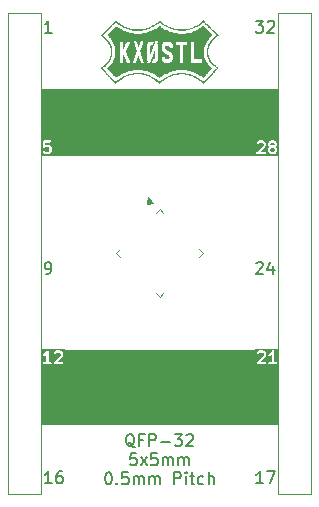
<source format=gto>
G04 #@! TF.GenerationSoftware,KiCad,Pcbnew,9.0.6*
G04 #@! TF.CreationDate,2026-01-07T21:32:32-06:00*
G04 #@! TF.ProjectId,QFP-32_5x5_P0.5,5146502d-3332-45f3-9578-355f50302e35,rev?*
G04 #@! TF.SameCoordinates,Original*
G04 #@! TF.FileFunction,Legend,Top*
G04 #@! TF.FilePolarity,Positive*
%FSLAX46Y46*%
G04 Gerber Fmt 4.6, Leading zero omitted, Abs format (unit mm)*
G04 Created by KiCad (PCBNEW 9.0.6) date 2026-01-07 21:32:32*
%MOMM*%
%LPD*%
G01*
G04 APERTURE LIST*
G04 Aperture macros list*
%AMRoundRect*
0 Rectangle with rounded corners*
0 $1 Rounding radius*
0 $2 $3 $4 $5 $6 $7 $8 $9 X,Y pos of 4 corners*
0 Add a 4 corners polygon primitive as box body*
4,1,4,$2,$3,$4,$5,$6,$7,$8,$9,$2,$3,0*
0 Add four circle primitives for the rounded corners*
1,1,$1+$1,$2,$3*
1,1,$1+$1,$4,$5*
1,1,$1+$1,$6,$7*
1,1,$1+$1,$8,$9*
0 Add four rect primitives between the rounded corners*
20,1,$1+$1,$2,$3,$4,$5,0*
20,1,$1+$1,$4,$5,$6,$7,0*
20,1,$1+$1,$6,$7,$8,$9,0*
20,1,$1+$1,$8,$9,$2,$3,0*%
G04 Aperture macros list end*
%ADD10C,0.100000*%
%ADD11C,0.200000*%
%ADD12C,0.120000*%
%ADD13C,0.000000*%
%ADD14RoundRect,0.075000X-0.707107X0.601041X0.601041X-0.707107X0.707107X-0.601041X-0.601041X0.707107X0*%
%ADD15RoundRect,0.075000X-0.707107X-0.601041X-0.601041X-0.707107X0.707107X0.601041X0.601041X0.707107X0*%
%ADD16R,1.700000X1.700000*%
%ADD17C,1.700000*%
G04 APERTURE END LIST*
D10*
X129377000Y-108145600D02*
X146493000Y-108145600D01*
X146493000Y-112360000D01*
X129377000Y-112360000D01*
X129377000Y-108145600D01*
G36*
X129377000Y-108145600D02*
G01*
X146493000Y-108145600D01*
X146493000Y-112360000D01*
X129377000Y-112360000D01*
X129377000Y-108145600D01*
G37*
X130382000Y-128832239D02*
X146551382Y-128832239D01*
X146551382Y-130568700D01*
X130382000Y-130568700D01*
X130382000Y-128832239D01*
G36*
X130382000Y-128832239D02*
G01*
X146551382Y-128832239D01*
X146551382Y-130568700D01*
X130382000Y-130568700D01*
X130382000Y-128832239D01*
G37*
X128374000Y-130200000D02*
X148430000Y-130200000D01*
X148430000Y-134271000D01*
X128374000Y-134271000D01*
X128374000Y-130200000D01*
G36*
X128374000Y-130200000D02*
G01*
X148430000Y-130200000D01*
X148430000Y-134271000D01*
X128374000Y-134271000D01*
X128374000Y-130200000D01*
G37*
X128374000Y-130581000D02*
X148440000Y-130581000D01*
X148440000Y-135161000D01*
X128374000Y-135161000D01*
X128374000Y-130581000D01*
G36*
X128374000Y-130581000D02*
G01*
X148440000Y-130581000D01*
X148440000Y-135161000D01*
X128374000Y-135161000D01*
X128374000Y-130581000D01*
G37*
X128409350Y-106767000D02*
X148475350Y-106767000D01*
X148475350Y-111038000D01*
X128409350Y-111038000D01*
X128409350Y-106767000D01*
G36*
X128409350Y-106767000D02*
G01*
X148475350Y-106767000D01*
X148475350Y-111038000D01*
X128409350Y-111038000D01*
X128409350Y-106767000D01*
G37*
D11*
X146600136Y-121524099D02*
X146647755Y-121476480D01*
X146647755Y-121476480D02*
X146742993Y-121428861D01*
X146742993Y-121428861D02*
X146981088Y-121428861D01*
X146981088Y-121428861D02*
X147076326Y-121476480D01*
X147076326Y-121476480D02*
X147123945Y-121524099D01*
X147123945Y-121524099D02*
X147171564Y-121619337D01*
X147171564Y-121619337D02*
X147171564Y-121714575D01*
X147171564Y-121714575D02*
X147123945Y-121857432D01*
X147123945Y-121857432D02*
X146552517Y-122428861D01*
X146552517Y-122428861D02*
X147171564Y-122428861D01*
X148028707Y-121762194D02*
X148028707Y-122428861D01*
X147790612Y-121381242D02*
X147552517Y-122095527D01*
X147552517Y-122095527D02*
X148171564Y-122095527D01*
X146569517Y-100988594D02*
X147188564Y-100988594D01*
X147188564Y-100988594D02*
X146855231Y-101369546D01*
X146855231Y-101369546D02*
X146998088Y-101369546D01*
X146998088Y-101369546D02*
X147093326Y-101417165D01*
X147093326Y-101417165D02*
X147140945Y-101464784D01*
X147140945Y-101464784D02*
X147188564Y-101560022D01*
X147188564Y-101560022D02*
X147188564Y-101798117D01*
X147188564Y-101798117D02*
X147140945Y-101893355D01*
X147140945Y-101893355D02*
X147093326Y-101940975D01*
X147093326Y-101940975D02*
X146998088Y-101988594D01*
X146998088Y-101988594D02*
X146712374Y-101988594D01*
X146712374Y-101988594D02*
X146617136Y-101940975D01*
X146617136Y-101940975D02*
X146569517Y-101893355D01*
X147569517Y-101083832D02*
X147617136Y-101036213D01*
X147617136Y-101036213D02*
X147712374Y-100988594D01*
X147712374Y-100988594D02*
X147950469Y-100988594D01*
X147950469Y-100988594D02*
X148045707Y-101036213D01*
X148045707Y-101036213D02*
X148093326Y-101083832D01*
X148093326Y-101083832D02*
X148140945Y-101179070D01*
X148140945Y-101179070D02*
X148140945Y-101274308D01*
X148140945Y-101274308D02*
X148093326Y-101417165D01*
X148093326Y-101417165D02*
X147521898Y-101988594D01*
X147521898Y-101988594D02*
X148140945Y-101988594D01*
G36*
X148517135Y-130203330D02*
G01*
X146527327Y-130203330D01*
X146527327Y-129972710D01*
X146638438Y-129972710D01*
X146638438Y-130011728D01*
X146653370Y-130047776D01*
X146680960Y-130075366D01*
X146717008Y-130090298D01*
X146736517Y-130092219D01*
X147355564Y-130092219D01*
X147375073Y-130090298D01*
X147411121Y-130075366D01*
X147438711Y-130047776D01*
X147453643Y-130011728D01*
X147453643Y-129972710D01*
X147438711Y-129936662D01*
X147411121Y-129909072D01*
X147375073Y-129894140D01*
X147355564Y-129892219D01*
X146977939Y-129892219D01*
X147378656Y-129491501D01*
X147391092Y-129476347D01*
X147392466Y-129473028D01*
X147394822Y-129470313D01*
X147402813Y-129452413D01*
X147450432Y-129309556D01*
X147452631Y-129299883D01*
X147453643Y-129297442D01*
X147453991Y-129293904D01*
X147454779Y-129290441D01*
X147454591Y-129287806D01*
X147455564Y-129277933D01*
X147455564Y-129265426D01*
X147637302Y-129265426D01*
X147640068Y-129304346D01*
X147657517Y-129339245D01*
X147686994Y-129364809D01*
X147724010Y-129377148D01*
X147762930Y-129374382D01*
X147781238Y-129367376D01*
X147876476Y-129319757D01*
X147884872Y-129314471D01*
X147887312Y-129313461D01*
X147890058Y-129311207D01*
X147893066Y-129309314D01*
X147894795Y-129307319D01*
X147902466Y-129301025D01*
X147922231Y-129281260D01*
X147922231Y-129892219D01*
X147736517Y-129892219D01*
X147717008Y-129894140D01*
X147680960Y-129909072D01*
X147653370Y-129936662D01*
X147638438Y-129972710D01*
X147638438Y-130011728D01*
X147653370Y-130047776D01*
X147680960Y-130075366D01*
X147717008Y-130090298D01*
X147736517Y-130092219D01*
X148307945Y-130092219D01*
X148327454Y-130090298D01*
X148363502Y-130075366D01*
X148391092Y-130047776D01*
X148406024Y-130011728D01*
X148406024Y-129972710D01*
X148391092Y-129936662D01*
X148363502Y-129909072D01*
X148327454Y-129894140D01*
X148307945Y-129892219D01*
X148122231Y-129892219D01*
X148122231Y-128992219D01*
X148122224Y-128992148D01*
X148122231Y-128992114D01*
X148122210Y-128992012D01*
X148120310Y-128972710D01*
X148116520Y-128963561D01*
X148114579Y-128953854D01*
X148109127Y-128945713D01*
X148105378Y-128936662D01*
X148098378Y-128929662D01*
X148092868Y-128921434D01*
X148084713Y-128915997D01*
X148077788Y-128909072D01*
X148068644Y-128905284D01*
X148060403Y-128899790D01*
X148050789Y-128897888D01*
X148041740Y-128894140D01*
X148031839Y-128894140D01*
X148022127Y-128892219D01*
X148012522Y-128894140D01*
X148002722Y-128894140D01*
X147993573Y-128897929D01*
X147983866Y-128899871D01*
X147975725Y-128905322D01*
X147966674Y-128909072D01*
X147959674Y-128916071D01*
X147951446Y-128921582D01*
X147939157Y-128936588D01*
X147939084Y-128936662D01*
X147939070Y-128936694D01*
X147939026Y-128936749D01*
X147849282Y-129071365D01*
X147772518Y-129148128D01*
X147691796Y-129188490D01*
X147675205Y-129198933D01*
X147649641Y-129228410D01*
X147637302Y-129265426D01*
X147455564Y-129265426D01*
X147455564Y-129182695D01*
X147453643Y-129163186D01*
X147452267Y-129159865D01*
X147452013Y-129156282D01*
X147445007Y-129137973D01*
X147397388Y-129042736D01*
X147392102Y-129034339D01*
X147391092Y-129031899D01*
X147388838Y-129029153D01*
X147386945Y-129026145D01*
X147384947Y-129024412D01*
X147378655Y-129016746D01*
X147331037Y-128969127D01*
X147323366Y-128962832D01*
X147321637Y-128960838D01*
X147318629Y-128958944D01*
X147315883Y-128956691D01*
X147313443Y-128955680D01*
X147305047Y-128950395D01*
X147209809Y-128902776D01*
X147191501Y-128895770D01*
X147187917Y-128895515D01*
X147184597Y-128894140D01*
X147165088Y-128892219D01*
X146926993Y-128892219D01*
X146907484Y-128894140D01*
X146904163Y-128895515D01*
X146900580Y-128895770D01*
X146882271Y-128902776D01*
X146787034Y-128950395D01*
X146778637Y-128955680D01*
X146776197Y-128956691D01*
X146773451Y-128958944D01*
X146770443Y-128960838D01*
X146768710Y-128962835D01*
X146761044Y-128969128D01*
X146713425Y-129016746D01*
X146700989Y-129031900D01*
X146686057Y-129067948D01*
X146686057Y-129106966D01*
X146700989Y-129143014D01*
X146728579Y-129170604D01*
X146764627Y-129185536D01*
X146803645Y-129185536D01*
X146839693Y-129170604D01*
X146854847Y-129158168D01*
X146890990Y-129122023D01*
X146950600Y-129092219D01*
X147141481Y-129092219D01*
X147201090Y-129122024D01*
X147225759Y-129146692D01*
X147255564Y-129206302D01*
X147255564Y-129261706D01*
X147220542Y-129366770D01*
X146665806Y-129921508D01*
X146653370Y-129936662D01*
X146638438Y-129972710D01*
X146527327Y-129972710D01*
X146527327Y-128781108D01*
X148517135Y-128781108D01*
X148517135Y-130203330D01*
G37*
X147188564Y-140152219D02*
X146617136Y-140152219D01*
X146902850Y-140152219D02*
X146902850Y-139152219D01*
X146902850Y-139152219D02*
X146807612Y-139295076D01*
X146807612Y-139295076D02*
X146712374Y-139390314D01*
X146712374Y-139390314D02*
X146617136Y-139437933D01*
X147521898Y-139152219D02*
X148188564Y-139152219D01*
X148188564Y-139152219D02*
X147759993Y-140152219D01*
G36*
X148123471Y-111760595D02*
G01*
X148148140Y-111785263D01*
X148177945Y-111844873D01*
X148177945Y-111988135D01*
X148148140Y-112047743D01*
X148123471Y-112072413D01*
X148063862Y-112102219D01*
X147920600Y-112102219D01*
X147860990Y-112072414D01*
X147836323Y-112047746D01*
X147806517Y-111988134D01*
X147806517Y-111844873D01*
X147836322Y-111785263D01*
X147860990Y-111760594D01*
X147920600Y-111730790D01*
X148063862Y-111730790D01*
X148123471Y-111760595D01*
G37*
G36*
X148123471Y-111332024D02*
G01*
X148148140Y-111356692D01*
X148177945Y-111416302D01*
X148177945Y-111416707D01*
X148148140Y-111476316D01*
X148123471Y-111500984D01*
X148063862Y-111530790D01*
X147920600Y-111530790D01*
X147860990Y-111500985D01*
X147836322Y-111476316D01*
X147806517Y-111416706D01*
X147806517Y-111416302D01*
X147836322Y-111356692D01*
X147860990Y-111332023D01*
X147920600Y-111302219D01*
X148063862Y-111302219D01*
X148123471Y-111332024D01*
G37*
G36*
X148489056Y-112413330D02*
G01*
X146497327Y-112413330D01*
X146497327Y-112182710D01*
X146608438Y-112182710D01*
X146608438Y-112221728D01*
X146623370Y-112257776D01*
X146650960Y-112285366D01*
X146687008Y-112300298D01*
X146706517Y-112302219D01*
X147325564Y-112302219D01*
X147345073Y-112300298D01*
X147381121Y-112285366D01*
X147408711Y-112257776D01*
X147423643Y-112221728D01*
X147423643Y-112182710D01*
X147408711Y-112146662D01*
X147381121Y-112119072D01*
X147345073Y-112104140D01*
X147325564Y-112102219D01*
X146947939Y-112102219D01*
X147348656Y-111701501D01*
X147361092Y-111686347D01*
X147362466Y-111683028D01*
X147364822Y-111680313D01*
X147372813Y-111662413D01*
X147420432Y-111519556D01*
X147422631Y-111509883D01*
X147423643Y-111507442D01*
X147423991Y-111503904D01*
X147424779Y-111500441D01*
X147424591Y-111497806D01*
X147425564Y-111487933D01*
X147425564Y-111392695D01*
X147606517Y-111392695D01*
X147606517Y-111440314D01*
X147608438Y-111459823D01*
X147609813Y-111463143D01*
X147610068Y-111466727D01*
X147617074Y-111485035D01*
X147664693Y-111580273D01*
X147669978Y-111588669D01*
X147670989Y-111591109D01*
X147673242Y-111593855D01*
X147675136Y-111596863D01*
X147677130Y-111598592D01*
X147683425Y-111606263D01*
X147707952Y-111630790D01*
X147683425Y-111655317D01*
X147677130Y-111662987D01*
X147675136Y-111664717D01*
X147673242Y-111667724D01*
X147670989Y-111670471D01*
X147669978Y-111672910D01*
X147664693Y-111681307D01*
X147617074Y-111776545D01*
X147610068Y-111794853D01*
X147609813Y-111798436D01*
X147608438Y-111801757D01*
X147606517Y-111821266D01*
X147606517Y-112011742D01*
X147608438Y-112031251D01*
X147609813Y-112034571D01*
X147610068Y-112038155D01*
X147617074Y-112056463D01*
X147664693Y-112151701D01*
X147669976Y-112160093D01*
X147670988Y-112162537D01*
X147673244Y-112165286D01*
X147675136Y-112168291D01*
X147677130Y-112170020D01*
X147683425Y-112177690D01*
X147731043Y-112225310D01*
X147738711Y-112231603D01*
X147740443Y-112233600D01*
X147743451Y-112235493D01*
X147746197Y-112237747D01*
X147748637Y-112238757D01*
X147757034Y-112244043D01*
X147852271Y-112291662D01*
X147870580Y-112298668D01*
X147874163Y-112298922D01*
X147877484Y-112300298D01*
X147896993Y-112302219D01*
X148087469Y-112302219D01*
X148106978Y-112300298D01*
X148110298Y-112298922D01*
X148113882Y-112298668D01*
X148132190Y-112291662D01*
X148227428Y-112244043D01*
X148235823Y-112238758D01*
X148238265Y-112237747D01*
X148241012Y-112235491D01*
X148244018Y-112233600D01*
X148245748Y-112231605D01*
X148253418Y-112225310D01*
X148301037Y-112177690D01*
X148307329Y-112170023D01*
X148309326Y-112168292D01*
X148311219Y-112165284D01*
X148313474Y-112162537D01*
X148314485Y-112160095D01*
X148319769Y-112151701D01*
X148367388Y-112056464D01*
X148374394Y-112038155D01*
X148374648Y-112034571D01*
X148376024Y-112031251D01*
X148377945Y-112011742D01*
X148377945Y-111821266D01*
X148376024Y-111801757D01*
X148374648Y-111798436D01*
X148374394Y-111794853D01*
X148367388Y-111776544D01*
X148319769Y-111681307D01*
X148314483Y-111672910D01*
X148313473Y-111670470D01*
X148311219Y-111667724D01*
X148309326Y-111664716D01*
X148307328Y-111662983D01*
X148301036Y-111655317D01*
X148276509Y-111630790D01*
X148301036Y-111606263D01*
X148307328Y-111598596D01*
X148309326Y-111596864D01*
X148311219Y-111593855D01*
X148313473Y-111591110D01*
X148314483Y-111588669D01*
X148319769Y-111580273D01*
X148367388Y-111485036D01*
X148374394Y-111466727D01*
X148374648Y-111463143D01*
X148376024Y-111459823D01*
X148377945Y-111440314D01*
X148377945Y-111392695D01*
X148376024Y-111373186D01*
X148374648Y-111369865D01*
X148374394Y-111366282D01*
X148367388Y-111347973D01*
X148319769Y-111252736D01*
X148314483Y-111244339D01*
X148313473Y-111241899D01*
X148311219Y-111239153D01*
X148309326Y-111236145D01*
X148307328Y-111234412D01*
X148301036Y-111226746D01*
X148253418Y-111179127D01*
X148245747Y-111172832D01*
X148244018Y-111170838D01*
X148241010Y-111168944D01*
X148238264Y-111166691D01*
X148235824Y-111165680D01*
X148227428Y-111160395D01*
X148132190Y-111112776D01*
X148113882Y-111105770D01*
X148110298Y-111105515D01*
X148106978Y-111104140D01*
X148087469Y-111102219D01*
X147896993Y-111102219D01*
X147877484Y-111104140D01*
X147874163Y-111105515D01*
X147870580Y-111105770D01*
X147852271Y-111112776D01*
X147757034Y-111160395D01*
X147748637Y-111165680D01*
X147746197Y-111166691D01*
X147743451Y-111168944D01*
X147740443Y-111170838D01*
X147738710Y-111172835D01*
X147731044Y-111179128D01*
X147683425Y-111226746D01*
X147677130Y-111234416D01*
X147675136Y-111236146D01*
X147673242Y-111239153D01*
X147670989Y-111241900D01*
X147669978Y-111244339D01*
X147664693Y-111252736D01*
X147617074Y-111347974D01*
X147610068Y-111366282D01*
X147609813Y-111369865D01*
X147608438Y-111373186D01*
X147606517Y-111392695D01*
X147425564Y-111392695D01*
X147423643Y-111373186D01*
X147422267Y-111369865D01*
X147422013Y-111366282D01*
X147415007Y-111347973D01*
X147367388Y-111252736D01*
X147362102Y-111244339D01*
X147361092Y-111241899D01*
X147358838Y-111239153D01*
X147356945Y-111236145D01*
X147354947Y-111234412D01*
X147348655Y-111226746D01*
X147301037Y-111179127D01*
X147293366Y-111172832D01*
X147291637Y-111170838D01*
X147288629Y-111168944D01*
X147285883Y-111166691D01*
X147283443Y-111165680D01*
X147275047Y-111160395D01*
X147179809Y-111112776D01*
X147161501Y-111105770D01*
X147157917Y-111105515D01*
X147154597Y-111104140D01*
X147135088Y-111102219D01*
X146896993Y-111102219D01*
X146877484Y-111104140D01*
X146874163Y-111105515D01*
X146870580Y-111105770D01*
X146852271Y-111112776D01*
X146757034Y-111160395D01*
X146748637Y-111165680D01*
X146746197Y-111166691D01*
X146743451Y-111168944D01*
X146740443Y-111170838D01*
X146738710Y-111172835D01*
X146731044Y-111179128D01*
X146683425Y-111226746D01*
X146670989Y-111241900D01*
X146656057Y-111277948D01*
X146656057Y-111316966D01*
X146670989Y-111353014D01*
X146698579Y-111380604D01*
X146734627Y-111395536D01*
X146773645Y-111395536D01*
X146809693Y-111380604D01*
X146824847Y-111368168D01*
X146860990Y-111332023D01*
X146920600Y-111302219D01*
X147111481Y-111302219D01*
X147171090Y-111332024D01*
X147195759Y-111356692D01*
X147225564Y-111416302D01*
X147225564Y-111471706D01*
X147190542Y-111576770D01*
X146635806Y-112131508D01*
X146623370Y-112146662D01*
X146608438Y-112182710D01*
X146497327Y-112182710D01*
X146497327Y-110991108D01*
X148489056Y-110991108D01*
X148489056Y-112413330D01*
G37*
X136310952Y-137097138D02*
X136215714Y-137049519D01*
X136215714Y-137049519D02*
X136120476Y-136954281D01*
X136120476Y-136954281D02*
X135977619Y-136811423D01*
X135977619Y-136811423D02*
X135882381Y-136763804D01*
X135882381Y-136763804D02*
X135787143Y-136763804D01*
X135834762Y-137001900D02*
X135739524Y-136954281D01*
X135739524Y-136954281D02*
X135644286Y-136859042D01*
X135644286Y-136859042D02*
X135596667Y-136668566D01*
X135596667Y-136668566D02*
X135596667Y-136335233D01*
X135596667Y-136335233D02*
X135644286Y-136144757D01*
X135644286Y-136144757D02*
X135739524Y-136049519D01*
X135739524Y-136049519D02*
X135834762Y-136001900D01*
X135834762Y-136001900D02*
X136025238Y-136001900D01*
X136025238Y-136001900D02*
X136120476Y-136049519D01*
X136120476Y-136049519D02*
X136215714Y-136144757D01*
X136215714Y-136144757D02*
X136263333Y-136335233D01*
X136263333Y-136335233D02*
X136263333Y-136668566D01*
X136263333Y-136668566D02*
X136215714Y-136859042D01*
X136215714Y-136859042D02*
X136120476Y-136954281D01*
X136120476Y-136954281D02*
X136025238Y-137001900D01*
X136025238Y-137001900D02*
X135834762Y-137001900D01*
X137025238Y-136478090D02*
X136691905Y-136478090D01*
X136691905Y-137001900D02*
X136691905Y-136001900D01*
X136691905Y-136001900D02*
X137168095Y-136001900D01*
X137549048Y-137001900D02*
X137549048Y-136001900D01*
X137549048Y-136001900D02*
X137930000Y-136001900D01*
X137930000Y-136001900D02*
X138025238Y-136049519D01*
X138025238Y-136049519D02*
X138072857Y-136097138D01*
X138072857Y-136097138D02*
X138120476Y-136192376D01*
X138120476Y-136192376D02*
X138120476Y-136335233D01*
X138120476Y-136335233D02*
X138072857Y-136430471D01*
X138072857Y-136430471D02*
X138025238Y-136478090D01*
X138025238Y-136478090D02*
X137930000Y-136525709D01*
X137930000Y-136525709D02*
X137549048Y-136525709D01*
X138549048Y-136620947D02*
X139310953Y-136620947D01*
X139691905Y-136001900D02*
X140310952Y-136001900D01*
X140310952Y-136001900D02*
X139977619Y-136382852D01*
X139977619Y-136382852D02*
X140120476Y-136382852D01*
X140120476Y-136382852D02*
X140215714Y-136430471D01*
X140215714Y-136430471D02*
X140263333Y-136478090D01*
X140263333Y-136478090D02*
X140310952Y-136573328D01*
X140310952Y-136573328D02*
X140310952Y-136811423D01*
X140310952Y-136811423D02*
X140263333Y-136906661D01*
X140263333Y-136906661D02*
X140215714Y-136954281D01*
X140215714Y-136954281D02*
X140120476Y-137001900D01*
X140120476Y-137001900D02*
X139834762Y-137001900D01*
X139834762Y-137001900D02*
X139739524Y-136954281D01*
X139739524Y-136954281D02*
X139691905Y-136906661D01*
X140691905Y-136097138D02*
X140739524Y-136049519D01*
X140739524Y-136049519D02*
X140834762Y-136001900D01*
X140834762Y-136001900D02*
X141072857Y-136001900D01*
X141072857Y-136001900D02*
X141168095Y-136049519D01*
X141168095Y-136049519D02*
X141215714Y-136097138D01*
X141215714Y-136097138D02*
X141263333Y-136192376D01*
X141263333Y-136192376D02*
X141263333Y-136287614D01*
X141263333Y-136287614D02*
X141215714Y-136430471D01*
X141215714Y-136430471D02*
X140644286Y-137001900D01*
X140644286Y-137001900D02*
X141263333Y-137001900D01*
X136453809Y-137611844D02*
X135977619Y-137611844D01*
X135977619Y-137611844D02*
X135930000Y-138088034D01*
X135930000Y-138088034D02*
X135977619Y-138040415D01*
X135977619Y-138040415D02*
X136072857Y-137992796D01*
X136072857Y-137992796D02*
X136310952Y-137992796D01*
X136310952Y-137992796D02*
X136406190Y-138040415D01*
X136406190Y-138040415D02*
X136453809Y-138088034D01*
X136453809Y-138088034D02*
X136501428Y-138183272D01*
X136501428Y-138183272D02*
X136501428Y-138421367D01*
X136501428Y-138421367D02*
X136453809Y-138516605D01*
X136453809Y-138516605D02*
X136406190Y-138564225D01*
X136406190Y-138564225D02*
X136310952Y-138611844D01*
X136310952Y-138611844D02*
X136072857Y-138611844D01*
X136072857Y-138611844D02*
X135977619Y-138564225D01*
X135977619Y-138564225D02*
X135930000Y-138516605D01*
X136834762Y-138611844D02*
X137358571Y-137945177D01*
X136834762Y-137945177D02*
X137358571Y-138611844D01*
X138215714Y-137611844D02*
X137739524Y-137611844D01*
X137739524Y-137611844D02*
X137691905Y-138088034D01*
X137691905Y-138088034D02*
X137739524Y-138040415D01*
X137739524Y-138040415D02*
X137834762Y-137992796D01*
X137834762Y-137992796D02*
X138072857Y-137992796D01*
X138072857Y-137992796D02*
X138168095Y-138040415D01*
X138168095Y-138040415D02*
X138215714Y-138088034D01*
X138215714Y-138088034D02*
X138263333Y-138183272D01*
X138263333Y-138183272D02*
X138263333Y-138421367D01*
X138263333Y-138421367D02*
X138215714Y-138516605D01*
X138215714Y-138516605D02*
X138168095Y-138564225D01*
X138168095Y-138564225D02*
X138072857Y-138611844D01*
X138072857Y-138611844D02*
X137834762Y-138611844D01*
X137834762Y-138611844D02*
X137739524Y-138564225D01*
X137739524Y-138564225D02*
X137691905Y-138516605D01*
X138691905Y-138611844D02*
X138691905Y-137945177D01*
X138691905Y-138040415D02*
X138739524Y-137992796D01*
X138739524Y-137992796D02*
X138834762Y-137945177D01*
X138834762Y-137945177D02*
X138977619Y-137945177D01*
X138977619Y-137945177D02*
X139072857Y-137992796D01*
X139072857Y-137992796D02*
X139120476Y-138088034D01*
X139120476Y-138088034D02*
X139120476Y-138611844D01*
X139120476Y-138088034D02*
X139168095Y-137992796D01*
X139168095Y-137992796D02*
X139263333Y-137945177D01*
X139263333Y-137945177D02*
X139406190Y-137945177D01*
X139406190Y-137945177D02*
X139501429Y-137992796D01*
X139501429Y-137992796D02*
X139549048Y-138088034D01*
X139549048Y-138088034D02*
X139549048Y-138611844D01*
X140025238Y-138611844D02*
X140025238Y-137945177D01*
X140025238Y-138040415D02*
X140072857Y-137992796D01*
X140072857Y-137992796D02*
X140168095Y-137945177D01*
X140168095Y-137945177D02*
X140310952Y-137945177D01*
X140310952Y-137945177D02*
X140406190Y-137992796D01*
X140406190Y-137992796D02*
X140453809Y-138088034D01*
X140453809Y-138088034D02*
X140453809Y-138611844D01*
X140453809Y-138088034D02*
X140501428Y-137992796D01*
X140501428Y-137992796D02*
X140596666Y-137945177D01*
X140596666Y-137945177D02*
X140739523Y-137945177D01*
X140739523Y-137945177D02*
X140834762Y-137992796D01*
X140834762Y-137992796D02*
X140882381Y-138088034D01*
X140882381Y-138088034D02*
X140882381Y-138611844D01*
X134049048Y-139221788D02*
X134144286Y-139221788D01*
X134144286Y-139221788D02*
X134239524Y-139269407D01*
X134239524Y-139269407D02*
X134287143Y-139317026D01*
X134287143Y-139317026D02*
X134334762Y-139412264D01*
X134334762Y-139412264D02*
X134382381Y-139602740D01*
X134382381Y-139602740D02*
X134382381Y-139840835D01*
X134382381Y-139840835D02*
X134334762Y-140031311D01*
X134334762Y-140031311D02*
X134287143Y-140126549D01*
X134287143Y-140126549D02*
X134239524Y-140174169D01*
X134239524Y-140174169D02*
X134144286Y-140221788D01*
X134144286Y-140221788D02*
X134049048Y-140221788D01*
X134049048Y-140221788D02*
X133953810Y-140174169D01*
X133953810Y-140174169D02*
X133906191Y-140126549D01*
X133906191Y-140126549D02*
X133858572Y-140031311D01*
X133858572Y-140031311D02*
X133810953Y-139840835D01*
X133810953Y-139840835D02*
X133810953Y-139602740D01*
X133810953Y-139602740D02*
X133858572Y-139412264D01*
X133858572Y-139412264D02*
X133906191Y-139317026D01*
X133906191Y-139317026D02*
X133953810Y-139269407D01*
X133953810Y-139269407D02*
X134049048Y-139221788D01*
X134810953Y-140126549D02*
X134858572Y-140174169D01*
X134858572Y-140174169D02*
X134810953Y-140221788D01*
X134810953Y-140221788D02*
X134763334Y-140174169D01*
X134763334Y-140174169D02*
X134810953Y-140126549D01*
X134810953Y-140126549D02*
X134810953Y-140221788D01*
X135763333Y-139221788D02*
X135287143Y-139221788D01*
X135287143Y-139221788D02*
X135239524Y-139697978D01*
X135239524Y-139697978D02*
X135287143Y-139650359D01*
X135287143Y-139650359D02*
X135382381Y-139602740D01*
X135382381Y-139602740D02*
X135620476Y-139602740D01*
X135620476Y-139602740D02*
X135715714Y-139650359D01*
X135715714Y-139650359D02*
X135763333Y-139697978D01*
X135763333Y-139697978D02*
X135810952Y-139793216D01*
X135810952Y-139793216D02*
X135810952Y-140031311D01*
X135810952Y-140031311D02*
X135763333Y-140126549D01*
X135763333Y-140126549D02*
X135715714Y-140174169D01*
X135715714Y-140174169D02*
X135620476Y-140221788D01*
X135620476Y-140221788D02*
X135382381Y-140221788D01*
X135382381Y-140221788D02*
X135287143Y-140174169D01*
X135287143Y-140174169D02*
X135239524Y-140126549D01*
X136239524Y-140221788D02*
X136239524Y-139555121D01*
X136239524Y-139650359D02*
X136287143Y-139602740D01*
X136287143Y-139602740D02*
X136382381Y-139555121D01*
X136382381Y-139555121D02*
X136525238Y-139555121D01*
X136525238Y-139555121D02*
X136620476Y-139602740D01*
X136620476Y-139602740D02*
X136668095Y-139697978D01*
X136668095Y-139697978D02*
X136668095Y-140221788D01*
X136668095Y-139697978D02*
X136715714Y-139602740D01*
X136715714Y-139602740D02*
X136810952Y-139555121D01*
X136810952Y-139555121D02*
X136953809Y-139555121D01*
X136953809Y-139555121D02*
X137049048Y-139602740D01*
X137049048Y-139602740D02*
X137096667Y-139697978D01*
X137096667Y-139697978D02*
X137096667Y-140221788D01*
X137572857Y-140221788D02*
X137572857Y-139555121D01*
X137572857Y-139650359D02*
X137620476Y-139602740D01*
X137620476Y-139602740D02*
X137715714Y-139555121D01*
X137715714Y-139555121D02*
X137858571Y-139555121D01*
X137858571Y-139555121D02*
X137953809Y-139602740D01*
X137953809Y-139602740D02*
X138001428Y-139697978D01*
X138001428Y-139697978D02*
X138001428Y-140221788D01*
X138001428Y-139697978D02*
X138049047Y-139602740D01*
X138049047Y-139602740D02*
X138144285Y-139555121D01*
X138144285Y-139555121D02*
X138287142Y-139555121D01*
X138287142Y-139555121D02*
X138382381Y-139602740D01*
X138382381Y-139602740D02*
X138430000Y-139697978D01*
X138430000Y-139697978D02*
X138430000Y-140221788D01*
X139668095Y-140221788D02*
X139668095Y-139221788D01*
X139668095Y-139221788D02*
X140049047Y-139221788D01*
X140049047Y-139221788D02*
X140144285Y-139269407D01*
X140144285Y-139269407D02*
X140191904Y-139317026D01*
X140191904Y-139317026D02*
X140239523Y-139412264D01*
X140239523Y-139412264D02*
X140239523Y-139555121D01*
X140239523Y-139555121D02*
X140191904Y-139650359D01*
X140191904Y-139650359D02*
X140144285Y-139697978D01*
X140144285Y-139697978D02*
X140049047Y-139745597D01*
X140049047Y-139745597D02*
X139668095Y-139745597D01*
X140668095Y-140221788D02*
X140668095Y-139555121D01*
X140668095Y-139221788D02*
X140620476Y-139269407D01*
X140620476Y-139269407D02*
X140668095Y-139317026D01*
X140668095Y-139317026D02*
X140715714Y-139269407D01*
X140715714Y-139269407D02*
X140668095Y-139221788D01*
X140668095Y-139221788D02*
X140668095Y-139317026D01*
X141001428Y-139555121D02*
X141382380Y-139555121D01*
X141144285Y-139221788D02*
X141144285Y-140078930D01*
X141144285Y-140078930D02*
X141191904Y-140174169D01*
X141191904Y-140174169D02*
X141287142Y-140221788D01*
X141287142Y-140221788D02*
X141382380Y-140221788D01*
X142144285Y-140174169D02*
X142049047Y-140221788D01*
X142049047Y-140221788D02*
X141858571Y-140221788D01*
X141858571Y-140221788D02*
X141763333Y-140174169D01*
X141763333Y-140174169D02*
X141715714Y-140126549D01*
X141715714Y-140126549D02*
X141668095Y-140031311D01*
X141668095Y-140031311D02*
X141668095Y-139745597D01*
X141668095Y-139745597D02*
X141715714Y-139650359D01*
X141715714Y-139650359D02*
X141763333Y-139602740D01*
X141763333Y-139602740D02*
X141858571Y-139555121D01*
X141858571Y-139555121D02*
X142049047Y-139555121D01*
X142049047Y-139555121D02*
X142144285Y-139602740D01*
X142572857Y-140221788D02*
X142572857Y-139221788D01*
X143001428Y-140221788D02*
X143001428Y-139697978D01*
X143001428Y-139697978D02*
X142953809Y-139602740D01*
X142953809Y-139602740D02*
X142858571Y-139555121D01*
X142858571Y-139555121D02*
X142715714Y-139555121D01*
X142715714Y-139555121D02*
X142620476Y-139602740D01*
X142620476Y-139602740D02*
X142572857Y-139650359D01*
G36*
X130376974Y-130203330D02*
G01*
X128431728Y-130203330D01*
X128431728Y-129265426D01*
X128542839Y-129265426D01*
X128545605Y-129304346D01*
X128563054Y-129339245D01*
X128592531Y-129364809D01*
X128629547Y-129377148D01*
X128668467Y-129374382D01*
X128686775Y-129367376D01*
X128782013Y-129319757D01*
X128790409Y-129314471D01*
X128792849Y-129313461D01*
X128795595Y-129311207D01*
X128798603Y-129309314D01*
X128800332Y-129307319D01*
X128808003Y-129301025D01*
X128827768Y-129281260D01*
X128827768Y-129892219D01*
X128642054Y-129892219D01*
X128622545Y-129894140D01*
X128586497Y-129909072D01*
X128558907Y-129936662D01*
X128543975Y-129972710D01*
X128543975Y-130011728D01*
X128558907Y-130047776D01*
X128586497Y-130075366D01*
X128622545Y-130090298D01*
X128642054Y-130092219D01*
X129213482Y-130092219D01*
X129232991Y-130090298D01*
X129269039Y-130075366D01*
X129296629Y-130047776D01*
X129311561Y-130011728D01*
X129311561Y-129972710D01*
X129448737Y-129972710D01*
X129448737Y-130011728D01*
X129463669Y-130047776D01*
X129491259Y-130075366D01*
X129527307Y-130090298D01*
X129546816Y-130092219D01*
X130165863Y-130092219D01*
X130185372Y-130090298D01*
X130221420Y-130075366D01*
X130249010Y-130047776D01*
X130263942Y-130011728D01*
X130263942Y-129972710D01*
X130249010Y-129936662D01*
X130221420Y-129909072D01*
X130185372Y-129894140D01*
X130165863Y-129892219D01*
X129788238Y-129892219D01*
X130188955Y-129491501D01*
X130201391Y-129476347D01*
X130202765Y-129473028D01*
X130205121Y-129470313D01*
X130213112Y-129452413D01*
X130260731Y-129309556D01*
X130262930Y-129299883D01*
X130263942Y-129297442D01*
X130264290Y-129293904D01*
X130265078Y-129290441D01*
X130264890Y-129287806D01*
X130265863Y-129277933D01*
X130265863Y-129182695D01*
X130263942Y-129163186D01*
X130262566Y-129159865D01*
X130262312Y-129156282D01*
X130255306Y-129137973D01*
X130207687Y-129042736D01*
X130202401Y-129034339D01*
X130201391Y-129031899D01*
X130199137Y-129029153D01*
X130197244Y-129026145D01*
X130195246Y-129024412D01*
X130188954Y-129016746D01*
X130141336Y-128969127D01*
X130133665Y-128962832D01*
X130131936Y-128960838D01*
X130128928Y-128958944D01*
X130126182Y-128956691D01*
X130123742Y-128955680D01*
X130115346Y-128950395D01*
X130020108Y-128902776D01*
X130001800Y-128895770D01*
X129998216Y-128895515D01*
X129994896Y-128894140D01*
X129975387Y-128892219D01*
X129737292Y-128892219D01*
X129717783Y-128894140D01*
X129714462Y-128895515D01*
X129710879Y-128895770D01*
X129692570Y-128902776D01*
X129597333Y-128950395D01*
X129588936Y-128955680D01*
X129586496Y-128956691D01*
X129583750Y-128958944D01*
X129580742Y-128960838D01*
X129579009Y-128962835D01*
X129571343Y-128969128D01*
X129523724Y-129016746D01*
X129511288Y-129031900D01*
X129496356Y-129067948D01*
X129496356Y-129106966D01*
X129511288Y-129143014D01*
X129538878Y-129170604D01*
X129574926Y-129185536D01*
X129613944Y-129185536D01*
X129649992Y-129170604D01*
X129665146Y-129158168D01*
X129701289Y-129122023D01*
X129760899Y-129092219D01*
X129951780Y-129092219D01*
X130011389Y-129122024D01*
X130036058Y-129146692D01*
X130065863Y-129206302D01*
X130065863Y-129261706D01*
X130030841Y-129366770D01*
X129476105Y-129921508D01*
X129463669Y-129936662D01*
X129448737Y-129972710D01*
X129311561Y-129972710D01*
X129296629Y-129936662D01*
X129269039Y-129909072D01*
X129232991Y-129894140D01*
X129213482Y-129892219D01*
X129027768Y-129892219D01*
X129027768Y-128992219D01*
X129027761Y-128992148D01*
X129027768Y-128992114D01*
X129027747Y-128992012D01*
X129025847Y-128972710D01*
X129022057Y-128963561D01*
X129020116Y-128953854D01*
X129014664Y-128945713D01*
X129010915Y-128936662D01*
X129003915Y-128929662D01*
X128998405Y-128921434D01*
X128990250Y-128915997D01*
X128983325Y-128909072D01*
X128974181Y-128905284D01*
X128965940Y-128899790D01*
X128956326Y-128897888D01*
X128947277Y-128894140D01*
X128937376Y-128894140D01*
X128927664Y-128892219D01*
X128918059Y-128894140D01*
X128908259Y-128894140D01*
X128899110Y-128897929D01*
X128889403Y-128899871D01*
X128881262Y-128905322D01*
X128872211Y-128909072D01*
X128865211Y-128916071D01*
X128856983Y-128921582D01*
X128844694Y-128936588D01*
X128844621Y-128936662D01*
X128844607Y-128936694D01*
X128844563Y-128936749D01*
X128754819Y-129071365D01*
X128678055Y-129148128D01*
X128597333Y-129188490D01*
X128580742Y-129198933D01*
X128555178Y-129228410D01*
X128542839Y-129265426D01*
X128431728Y-129265426D01*
X128431728Y-128781108D01*
X130376974Y-128781108D01*
X130376974Y-130203330D01*
G37*
G36*
X129404593Y-112413330D02*
G01*
X128411410Y-112413330D01*
X128411410Y-111688062D01*
X128522521Y-111688062D01*
X128523975Y-111692880D01*
X128523975Y-111697918D01*
X128529571Y-111711427D01*
X128533792Y-111725417D01*
X128536979Y-111729313D01*
X128538907Y-111733966D01*
X128549243Y-111744302D01*
X128558499Y-111755615D01*
X128562936Y-111757995D01*
X128566497Y-111761556D01*
X128580002Y-111767150D01*
X128592883Y-111774060D01*
X128597892Y-111774560D01*
X128602545Y-111776488D01*
X128617166Y-111776488D01*
X128631707Y-111777942D01*
X128636526Y-111776488D01*
X128641563Y-111776488D01*
X128655072Y-111770891D01*
X128669062Y-111766671D01*
X128672958Y-111763483D01*
X128677611Y-111761556D01*
X128692765Y-111749120D01*
X128728908Y-111712975D01*
X128788518Y-111683171D01*
X128979399Y-111683171D01*
X129039008Y-111712976D01*
X129063677Y-111737644D01*
X129093482Y-111797254D01*
X129093482Y-111988135D01*
X129063677Y-112047743D01*
X129039008Y-112072413D01*
X128979399Y-112102219D01*
X128788518Y-112102219D01*
X128728908Y-112072414D01*
X128692765Y-112036270D01*
X128677612Y-112023833D01*
X128641564Y-112008902D01*
X128602546Y-112008901D01*
X128566497Y-112023832D01*
X128538907Y-112051422D01*
X128523976Y-112087470D01*
X128523975Y-112126488D01*
X128538906Y-112162537D01*
X128551343Y-112177690D01*
X128598961Y-112225310D01*
X128606629Y-112231603D01*
X128608361Y-112233600D01*
X128611369Y-112235493D01*
X128614115Y-112237747D01*
X128616555Y-112238757D01*
X128624952Y-112244043D01*
X128720189Y-112291662D01*
X128738498Y-112298668D01*
X128742081Y-112298922D01*
X128745402Y-112300298D01*
X128764911Y-112302219D01*
X129003006Y-112302219D01*
X129022515Y-112300298D01*
X129025835Y-112298922D01*
X129029419Y-112298668D01*
X129047727Y-112291662D01*
X129142965Y-112244043D01*
X129151360Y-112238758D01*
X129153802Y-112237747D01*
X129156549Y-112235491D01*
X129159555Y-112233600D01*
X129161285Y-112231605D01*
X129168955Y-112225310D01*
X129216574Y-112177690D01*
X129222866Y-112170023D01*
X129224863Y-112168292D01*
X129226756Y-112165284D01*
X129229011Y-112162537D01*
X129230022Y-112160095D01*
X129235306Y-112151701D01*
X129282925Y-112056464D01*
X129289931Y-112038155D01*
X129290185Y-112034571D01*
X129291561Y-112031251D01*
X129293482Y-112011742D01*
X129293482Y-111773647D01*
X129291561Y-111754138D01*
X129290185Y-111750817D01*
X129289931Y-111747234D01*
X129282925Y-111728925D01*
X129235306Y-111633688D01*
X129230020Y-111625291D01*
X129229010Y-111622851D01*
X129226756Y-111620105D01*
X129224863Y-111617097D01*
X129222865Y-111615364D01*
X129216573Y-111607698D01*
X129168955Y-111560079D01*
X129161284Y-111553784D01*
X129159555Y-111551790D01*
X129156547Y-111549896D01*
X129153801Y-111547643D01*
X129151361Y-111546632D01*
X129142965Y-111541347D01*
X129047727Y-111493728D01*
X129029419Y-111486722D01*
X129025835Y-111486467D01*
X129022515Y-111485092D01*
X129003006Y-111483171D01*
X128764911Y-111483171D01*
X128745402Y-111485092D01*
X128742081Y-111486467D01*
X128741744Y-111486491D01*
X128760172Y-111302219D01*
X129145863Y-111302219D01*
X129165372Y-111300298D01*
X129201420Y-111285366D01*
X129229010Y-111257776D01*
X129243942Y-111221728D01*
X129243942Y-111182710D01*
X129229010Y-111146662D01*
X129201420Y-111119072D01*
X129165372Y-111104140D01*
X129145863Y-111102219D01*
X128669673Y-111102219D01*
X128662456Y-111102929D01*
X128660020Y-111102686D01*
X128657641Y-111103403D01*
X128650164Y-111104140D01*
X128636654Y-111109736D01*
X128622665Y-111113957D01*
X128618768Y-111117144D01*
X128614116Y-111119072D01*
X128603779Y-111129408D01*
X128592467Y-111138664D01*
X128590086Y-111143101D01*
X128586526Y-111146662D01*
X128580931Y-111160167D01*
X128574022Y-111173048D01*
X128572545Y-111180412D01*
X128571594Y-111182710D01*
X128571594Y-111185160D01*
X128570169Y-111192269D01*
X128522550Y-111668459D01*
X128522521Y-111688062D01*
X128411410Y-111688062D01*
X128411410Y-110991108D01*
X129404593Y-110991108D01*
X129404593Y-112413330D01*
G37*
X128797292Y-122428861D02*
X128987768Y-122428861D01*
X128987768Y-122428861D02*
X129083006Y-122381242D01*
X129083006Y-122381242D02*
X129130625Y-122333622D01*
X129130625Y-122333622D02*
X129225863Y-122190765D01*
X129225863Y-122190765D02*
X129273482Y-122000289D01*
X129273482Y-122000289D02*
X129273482Y-121619337D01*
X129273482Y-121619337D02*
X129225863Y-121524099D01*
X129225863Y-121524099D02*
X129178244Y-121476480D01*
X129178244Y-121476480D02*
X129083006Y-121428861D01*
X129083006Y-121428861D02*
X128892530Y-121428861D01*
X128892530Y-121428861D02*
X128797292Y-121476480D01*
X128797292Y-121476480D02*
X128749673Y-121524099D01*
X128749673Y-121524099D02*
X128702054Y-121619337D01*
X128702054Y-121619337D02*
X128702054Y-121857432D01*
X128702054Y-121857432D02*
X128749673Y-121952670D01*
X128749673Y-121952670D02*
X128797292Y-122000289D01*
X128797292Y-122000289D02*
X128892530Y-122047908D01*
X128892530Y-122047908D02*
X129083006Y-122047908D01*
X129083006Y-122047908D02*
X129178244Y-122000289D01*
X129178244Y-122000289D02*
X129225863Y-121952670D01*
X129225863Y-121952670D02*
X129273482Y-121857432D01*
X129290482Y-101988594D02*
X128719054Y-101988594D01*
X129004768Y-101988594D02*
X129004768Y-100988594D01*
X129004768Y-100988594D02*
X128909530Y-101131451D01*
X128909530Y-101131451D02*
X128814292Y-101226689D01*
X128814292Y-101226689D02*
X128719054Y-101274308D01*
X129290482Y-140152219D02*
X128719054Y-140152219D01*
X129004768Y-140152219D02*
X129004768Y-139152219D01*
X129004768Y-139152219D02*
X128909530Y-139295076D01*
X128909530Y-139295076D02*
X128814292Y-139390314D01*
X128814292Y-139390314D02*
X128719054Y-139437933D01*
X130147625Y-139152219D02*
X129957149Y-139152219D01*
X129957149Y-139152219D02*
X129861911Y-139199838D01*
X129861911Y-139199838D02*
X129814292Y-139247457D01*
X129814292Y-139247457D02*
X129719054Y-139390314D01*
X129719054Y-139390314D02*
X129671435Y-139580790D01*
X129671435Y-139580790D02*
X129671435Y-139961742D01*
X129671435Y-139961742D02*
X129719054Y-140056980D01*
X129719054Y-140056980D02*
X129766673Y-140104600D01*
X129766673Y-140104600D02*
X129861911Y-140152219D01*
X129861911Y-140152219D02*
X130052387Y-140152219D01*
X130052387Y-140152219D02*
X130147625Y-140104600D01*
X130147625Y-140104600D02*
X130195244Y-140056980D01*
X130195244Y-140056980D02*
X130242863Y-139961742D01*
X130242863Y-139961742D02*
X130242863Y-139723647D01*
X130242863Y-139723647D02*
X130195244Y-139628409D01*
X130195244Y-139628409D02*
X130147625Y-139580790D01*
X130147625Y-139580790D02*
X130052387Y-139533171D01*
X130052387Y-139533171D02*
X129861911Y-139533171D01*
X129861911Y-139533171D02*
X129766673Y-139580790D01*
X129766673Y-139580790D02*
X129719054Y-139628409D01*
X129719054Y-139628409D02*
X129671435Y-139723647D01*
D12*
X137899670Y-116386146D02*
X137326913Y-116478070D01*
X137418837Y-115905313D01*
X137899670Y-116386146D01*
G36*
X137899670Y-116386146D02*
G01*
X137326913Y-116478070D01*
X137418837Y-115905313D01*
X137899670Y-116386146D01*
G37*
X138430000Y-116958903D02*
X138748198Y-117277101D01*
X138111802Y-117277101D02*
X138430000Y-116958903D01*
X134738903Y-120650000D02*
X135057101Y-120331802D01*
X135057101Y-120968198D02*
X134738903Y-120650000D01*
X141802899Y-120331802D02*
X142121097Y-120650000D01*
X142121097Y-120650000D02*
X141802899Y-120968198D01*
X138748198Y-124022899D02*
X138430000Y-124341097D01*
X138430000Y-124341097D02*
X138111802Y-124022899D01*
X125620000Y-100330000D02*
X125620000Y-141080000D01*
X125620000Y-100330000D02*
X128380000Y-100330000D01*
X125620000Y-141080000D02*
X128380000Y-141080000D01*
X128380000Y-100330000D02*
X128380000Y-141080000D01*
D13*
G36*
X142148024Y-100950472D02*
G01*
X142163020Y-100968048D01*
X142178371Y-100985415D01*
X142194862Y-101003388D01*
X142213279Y-101022785D01*
X142234407Y-101044424D01*
X142259032Y-101069123D01*
X142287938Y-101097698D01*
X142314677Y-101123900D01*
X142334295Y-101143094D01*
X142358809Y-101167115D01*
X142387551Y-101195306D01*
X142419851Y-101227011D01*
X142455042Y-101261573D01*
X142492454Y-101298336D01*
X142531419Y-101336641D01*
X142571269Y-101375832D01*
X142611335Y-101415253D01*
X142650947Y-101454246D01*
X142662682Y-101465802D01*
X142705796Y-101508245D01*
X142752354Y-101554055D01*
X142801326Y-101602219D01*
X142851680Y-101651723D01*
X142902384Y-101701554D01*
X142952409Y-101750699D01*
X143000722Y-101798144D01*
X143046293Y-101842876D01*
X143088090Y-101883882D01*
X143115835Y-101911086D01*
X143164917Y-101959206D01*
X143208701Y-102002158D01*
X143247479Y-102040237D01*
X143281544Y-102073734D01*
X143311187Y-102102942D01*
X143336699Y-102128154D01*
X143358372Y-102149662D01*
X143376498Y-102167759D01*
X143391369Y-102182739D01*
X143403276Y-102194892D01*
X143412510Y-102204513D01*
X143419365Y-102211894D01*
X143424130Y-102217327D01*
X143427099Y-102221106D01*
X143428562Y-102223522D01*
X143428812Y-102224869D01*
X143428731Y-102225054D01*
X143424958Y-102228448D01*
X143416007Y-102235472D01*
X143403066Y-102245227D01*
X143387318Y-102256808D01*
X143380356Y-102261854D01*
X143360896Y-102276081D01*
X143340963Y-102290970D01*
X143322747Y-102304865D01*
X143308437Y-102316111D01*
X143306999Y-102317276D01*
X143293867Y-102327813D01*
X143276512Y-102341536D01*
X143256917Y-102356885D01*
X143237068Y-102372301D01*
X143231077Y-102376925D01*
X143150023Y-102441641D01*
X143074235Y-102506798D01*
X143004185Y-102571938D01*
X142940342Y-102636607D01*
X142883180Y-102700349D01*
X142835414Y-102759731D01*
X142776029Y-102844374D01*
X142723513Y-102932428D01*
X142677811Y-103024035D01*
X142638865Y-103119338D01*
X142606621Y-103218478D01*
X142581023Y-103321598D01*
X142562015Y-103428839D01*
X142556841Y-103467927D01*
X142553704Y-103501062D01*
X142551460Y-103539950D01*
X142550109Y-103582653D01*
X142549653Y-103627228D01*
X142550093Y-103671734D01*
X142551429Y-103714231D01*
X142553664Y-103752777D01*
X142556666Y-103784353D01*
X142572868Y-103888437D01*
X142595833Y-103988620D01*
X142625586Y-104084953D01*
X142662150Y-104177490D01*
X142705552Y-104266283D01*
X142755815Y-104351385D01*
X142812964Y-104432849D01*
X142877025Y-104510728D01*
X142916288Y-104553169D01*
X142942609Y-104579406D01*
X142974786Y-104609576D01*
X143012895Y-104643743D01*
X143057013Y-104681972D01*
X143107215Y-104724327D01*
X143163579Y-104770873D01*
X143226180Y-104821674D01*
X143295095Y-104876795D01*
X143342392Y-104914246D01*
X143364771Y-104932077D01*
X143385060Y-104948572D01*
X143402461Y-104963059D01*
X143416178Y-104974861D01*
X143425412Y-104983305D01*
X143429369Y-104987716D01*
X143429452Y-104987944D01*
X143426888Y-104991328D01*
X143419093Y-105000125D01*
X143406264Y-105014130D01*
X143388597Y-105033135D01*
X143366288Y-105056934D01*
X143339535Y-105085320D01*
X143308533Y-105118088D01*
X143273478Y-105155029D01*
X143234568Y-105195939D01*
X143191999Y-105240609D01*
X143145967Y-105288834D01*
X143096669Y-105340408D01*
X143044300Y-105395122D01*
X142989059Y-105452772D01*
X142931140Y-105513150D01*
X142870741Y-105576050D01*
X142812882Y-105636248D01*
X142755177Y-105696258D01*
X142698769Y-105754915D01*
X142643907Y-105811961D01*
X142590841Y-105867134D01*
X142539822Y-105920177D01*
X142491098Y-105970830D01*
X142444920Y-106018832D01*
X142401536Y-106063925D01*
X142361198Y-106105849D01*
X142324154Y-106144344D01*
X142290654Y-106179151D01*
X142260948Y-106210010D01*
X142235286Y-106236662D01*
X142213917Y-106258848D01*
X142197091Y-106276307D01*
X142185058Y-106288781D01*
X142178067Y-106296009D01*
X142176556Y-106297560D01*
X142157938Y-106316473D01*
X142056773Y-106234869D01*
X142008816Y-106196346D01*
X141965852Y-106162209D01*
X141926940Y-106131755D01*
X141891143Y-106104282D01*
X141857524Y-106079088D01*
X141825143Y-106055469D01*
X141793064Y-106032725D01*
X141760346Y-106010152D01*
X141726054Y-105987048D01*
X141723171Y-105985127D01*
X141620025Y-105919279D01*
X141515086Y-105857798D01*
X141409280Y-105801143D01*
X141303535Y-105749769D01*
X141198778Y-105704135D01*
X141095938Y-105664697D01*
X141023910Y-105640492D01*
X140896400Y-105604373D01*
X140765820Y-105575433D01*
X140632184Y-105553674D01*
X140495509Y-105539096D01*
X140355809Y-105531703D01*
X140213099Y-105531494D01*
X140067394Y-105538471D01*
X139996503Y-105544364D01*
X139875859Y-105559226D01*
X139754679Y-105580966D01*
X139634188Y-105609253D01*
X139515612Y-105643757D01*
X139400175Y-105684150D01*
X139289103Y-105730100D01*
X139264036Y-105741544D01*
X139245193Y-105750297D01*
X139225502Y-105759432D01*
X139208330Y-105767384D01*
X139203485Y-105769624D01*
X139149484Y-105796093D01*
X139091107Y-105827487D01*
X139029403Y-105863108D01*
X138965423Y-105902260D01*
X138900218Y-105944246D01*
X138834838Y-105988371D01*
X138770333Y-106033937D01*
X138707754Y-106080249D01*
X138648152Y-106126609D01*
X138592576Y-106172322D01*
X138580400Y-106182735D01*
X138564119Y-106196771D01*
X138543848Y-106214251D01*
X138521513Y-106233516D01*
X138499036Y-106252905D01*
X138483764Y-106266082D01*
X138465548Y-106281492D01*
X138448949Y-106294955D01*
X138435002Y-106305680D01*
X138424741Y-106312873D01*
X138419200Y-106315740D01*
X138418979Y-106315759D01*
X138412611Y-106312482D01*
X138403880Y-106303446D01*
X138396637Y-106293792D01*
X138385156Y-106279461D01*
X138367555Y-106260838D01*
X138344085Y-106238157D01*
X138314994Y-106211651D01*
X138280533Y-106181552D01*
X138240950Y-106148094D01*
X138238566Y-106146108D01*
X138122522Y-106053950D01*
X138004949Y-105969408D01*
X137885702Y-105892410D01*
X137764636Y-105822882D01*
X137641606Y-105760751D01*
X137516468Y-105705945D01*
X137389076Y-105658391D01*
X137259286Y-105618015D01*
X137126953Y-105584745D01*
X137121849Y-105583615D01*
X137001451Y-105560482D01*
X136877070Y-105543113D01*
X136750075Y-105531577D01*
X136621833Y-105525944D01*
X136493713Y-105526285D01*
X136367083Y-105532669D01*
X136281430Y-105540618D01*
X136146172Y-105559537D01*
X136012365Y-105586111D01*
X135880117Y-105620301D01*
X135749537Y-105662064D01*
X135620734Y-105711360D01*
X135493815Y-105768148D01*
X135368890Y-105832386D01*
X135246066Y-105904034D01*
X135142689Y-105971215D01*
X135111778Y-105992492D01*
X135082446Y-106013180D01*
X135053500Y-106034172D01*
X135023745Y-106056364D01*
X134991985Y-106080649D01*
X134957028Y-106107921D01*
X134917677Y-106139077D01*
X134904393Y-106149669D01*
X134865572Y-106180604D01*
X134829807Y-106208985D01*
X134797562Y-106234446D01*
X134769304Y-106256621D01*
X134745500Y-106275146D01*
X134726616Y-106289655D01*
X134713119Y-106299783D01*
X134708784Y-106302915D01*
X134696780Y-106311398D01*
X134407984Y-106008225D01*
X134332021Y-105928477D01*
X134261150Y-105854065D01*
X134195071Y-105784675D01*
X134133483Y-105719989D01*
X134076086Y-105659690D01*
X134022579Y-105603462D01*
X133972662Y-105550989D01*
X133926035Y-105501953D01*
X133882397Y-105456039D01*
X133841448Y-105412929D01*
X133802887Y-105372307D01*
X133766415Y-105333858D01*
X133731730Y-105297263D01*
X133698533Y-105262207D01*
X133666522Y-105228372D01*
X133635398Y-105195443D01*
X133604860Y-105163103D01*
X133574607Y-105131035D01*
X133544340Y-105098923D01*
X133513758Y-105066450D01*
X133482561Y-105033299D01*
X133452401Y-105001231D01*
X133606129Y-105001231D01*
X133700302Y-105100844D01*
X133794895Y-105200841D01*
X133885208Y-105296190D01*
X133972273Y-105387974D01*
X134057118Y-105477277D01*
X134140775Y-105565182D01*
X134224272Y-105652773D01*
X134308642Y-105741132D01*
X134394913Y-105831344D01*
X134396549Y-105833053D01*
X134434125Y-105872320D01*
X134470661Y-105910511D01*
X134505730Y-105947177D01*
X134538904Y-105981871D01*
X134569757Y-106014146D01*
X134597860Y-106043554D01*
X134622786Y-106069649D01*
X134644109Y-106091983D01*
X134661399Y-106110109D01*
X134674231Y-106123580D01*
X134682176Y-106131948D01*
X134683180Y-106133010D01*
X134696228Y-106146582D01*
X134705224Y-106155076D01*
X134711265Y-106159291D01*
X134715445Y-106160027D01*
X134718244Y-106158602D01*
X134723419Y-106154314D01*
X134733227Y-106146028D01*
X134746377Y-106134843D01*
X134761576Y-106121854D01*
X134765618Y-106118391D01*
X134886267Y-106019508D01*
X135008708Y-105928221D01*
X135132986Y-105844508D01*
X135259149Y-105768348D01*
X135387244Y-105699721D01*
X135517318Y-105638605D01*
X135649418Y-105584980D01*
X135783591Y-105538824D01*
X135919883Y-105500118D01*
X136058343Y-105468839D01*
X136199016Y-105444968D01*
X136312682Y-105431239D01*
X136457458Y-105420462D01*
X136600306Y-105417171D01*
X136741304Y-105421388D01*
X136880530Y-105433133D01*
X137018063Y-105452428D01*
X137153982Y-105479294D01*
X137288364Y-105513754D01*
X137421288Y-105555829D01*
X137552833Y-105605539D01*
X137683076Y-105662907D01*
X137812096Y-105727954D01*
X137939972Y-105800701D01*
X138066781Y-105881171D01*
X138140920Y-105932129D01*
X138185846Y-105964579D01*
X138233432Y-106000185D01*
X138281754Y-106037448D01*
X138328888Y-106074864D01*
X138372909Y-106110933D01*
X138405955Y-106138988D01*
X138434648Y-106163835D01*
X138445641Y-106154831D01*
X138451943Y-106149599D01*
X138463118Y-106140253D01*
X138478069Y-106127712D01*
X138495696Y-106112899D01*
X138514900Y-106096736D01*
X138518517Y-106093689D01*
X138585347Y-106039190D01*
X138656832Y-105984210D01*
X138731118Y-105930067D01*
X138806348Y-105878074D01*
X138880665Y-105829548D01*
X138952213Y-105785801D01*
X138957376Y-105782773D01*
X139018529Y-105748427D01*
X139084784Y-105713766D01*
X139154292Y-105679642D01*
X139225203Y-105646907D01*
X139295667Y-105616414D01*
X139363836Y-105589014D01*
X139427858Y-105565560D01*
X139432015Y-105564129D01*
X139568180Y-105521552D01*
X139705667Y-105486666D01*
X139844517Y-105459464D01*
X139984774Y-105439940D01*
X140126480Y-105428088D01*
X140269678Y-105423901D01*
X140371632Y-105425555D01*
X140510181Y-105433898D01*
X140646499Y-105449259D01*
X140780850Y-105471723D01*
X140913495Y-105501374D01*
X141044700Y-105538298D01*
X141174726Y-105582578D01*
X141303838Y-105634299D01*
X141432298Y-105693547D01*
X141560371Y-105760405D01*
X141688319Y-105834958D01*
X141733363Y-105863039D01*
X141821190Y-105920654D01*
X141907967Y-105981572D01*
X141995399Y-106047026D01*
X142071640Y-106107256D01*
X142140794Y-106163129D01*
X142185269Y-106117366D01*
X142194410Y-106107908D01*
X142208490Y-106093268D01*
X142227055Y-106073921D01*
X142249655Y-106050338D01*
X142275834Y-106022994D01*
X142305142Y-105992361D01*
X142337125Y-105958912D01*
X142371330Y-105923122D01*
X142407305Y-105885463D01*
X142444598Y-105846408D01*
X142482754Y-105806430D01*
X142492520Y-105796195D01*
X142538974Y-105747515D01*
X142580462Y-105704054D01*
X142617407Y-105665378D01*
X142650231Y-105631048D01*
X142679357Y-105600628D01*
X142705208Y-105573681D01*
X142728206Y-105549770D01*
X142748774Y-105528459D01*
X142767334Y-105509310D01*
X142784310Y-105491887D01*
X142800124Y-105475752D01*
X142815199Y-105460470D01*
X142829956Y-105445602D01*
X142844820Y-105430713D01*
X142860211Y-105415364D01*
X142876554Y-105399121D01*
X142879514Y-105396183D01*
X142895649Y-105380020D01*
X142909667Y-105365692D01*
X142920695Y-105354117D01*
X142927855Y-105346214D01*
X142930277Y-105342937D01*
X142932916Y-105339484D01*
X142940333Y-105331297D01*
X142951779Y-105319162D01*
X142966504Y-105303869D01*
X142983760Y-105286204D01*
X142997664Y-105272122D01*
X143017370Y-105252173D01*
X143041202Y-105227922D01*
X143067865Y-105200691D01*
X143096066Y-105171807D01*
X143124510Y-105142593D01*
X143151904Y-105114375D01*
X143163796Y-105102093D01*
X143262540Y-105000015D01*
X143247872Y-104987924D01*
X143238716Y-104980860D01*
X143231941Y-104976505D01*
X143230111Y-104975832D01*
X143226070Y-104973420D01*
X143217515Y-104966887D01*
X143205784Y-104957289D01*
X143194866Y-104947989D01*
X143180949Y-104936159D01*
X143162667Y-104920941D01*
X143141788Y-104903788D01*
X143120079Y-104886155D01*
X143104116Y-104873331D01*
X143085651Y-104858431D01*
X143069244Y-104844913D01*
X143055903Y-104833630D01*
X143046635Y-104825434D01*
X143042449Y-104821179D01*
X143042394Y-104821091D01*
X143036450Y-104816235D01*
X143033605Y-104815666D01*
X143028529Y-104813717D01*
X143027939Y-104812167D01*
X143025130Y-104808469D01*
X143017431Y-104800785D01*
X143005937Y-104790151D01*
X142991745Y-104777601D01*
X142987898Y-104774281D01*
X142940005Y-104732309D01*
X142897482Y-104693130D01*
X142859044Y-104655445D01*
X142823406Y-104617955D01*
X142789281Y-104579360D01*
X142759164Y-104543055D01*
X142696380Y-104459220D01*
X142639758Y-104371016D01*
X142589604Y-104279058D01*
X142546224Y-104183962D01*
X142509923Y-104086342D01*
X142481008Y-103986815D01*
X142479299Y-103979917D01*
X142474317Y-103959135D01*
X142469857Y-103939707D01*
X142466352Y-103923579D01*
X142464236Y-103912692D01*
X142464017Y-103911314D01*
X142461988Y-103898533D01*
X142459992Y-103887423D01*
X142459720Y-103886078D01*
X142455230Y-103862184D01*
X142451280Y-103835974D01*
X142447736Y-103806252D01*
X142444466Y-103771820D01*
X142441337Y-103731483D01*
X142439493Y-103704270D01*
X142436853Y-103618747D01*
X142439693Y-103529981D01*
X142444046Y-103475740D01*
X142446767Y-103449118D01*
X142449248Y-103426828D01*
X142451203Y-103411283D01*
X142452712Y-103400212D01*
X142454624Y-103385975D01*
X142455414Y-103380031D01*
X142458992Y-103357139D01*
X142464237Y-103328976D01*
X142470669Y-103297786D01*
X142477812Y-103265811D01*
X142485187Y-103235294D01*
X142490969Y-103213304D01*
X142522949Y-103109802D01*
X142560595Y-103011311D01*
X142604248Y-102917122D01*
X142654248Y-102826526D01*
X142710937Y-102738816D01*
X142737459Y-102701806D01*
X142747623Y-102687780D01*
X142755776Y-102676044D01*
X142760951Y-102668020D01*
X142762298Y-102665257D01*
X142765064Y-102661067D01*
X142771752Y-102654926D01*
X142772064Y-102654679D01*
X142778890Y-102648153D01*
X142781828Y-102643051D01*
X142781830Y-102642960D01*
X142784628Y-102637937D01*
X142791381Y-102631411D01*
X142791597Y-102631240D01*
X142798438Y-102624534D01*
X142801361Y-102619039D01*
X142801363Y-102618959D01*
X142804189Y-102613912D01*
X142811306Y-102606600D01*
X142815036Y-102603450D01*
X142823314Y-102596057D01*
X142828173Y-102590195D01*
X142828708Y-102588709D01*
X142831372Y-102584980D01*
X142838783Y-102576690D01*
X142850072Y-102564707D01*
X142864369Y-102549901D01*
X142880804Y-102533139D01*
X142898509Y-102515292D01*
X142916613Y-102497228D01*
X142934247Y-102479816D01*
X142950542Y-102463925D01*
X142964627Y-102450423D01*
X142975633Y-102440181D01*
X142982690Y-102434066D01*
X142984826Y-102432707D01*
X142989185Y-102429896D01*
X142996295Y-102422707D01*
X143001063Y-102417081D01*
X143009133Y-102408136D01*
X143015928Y-102402481D01*
X143018480Y-102401455D01*
X143023933Y-102398689D01*
X143031357Y-102391833D01*
X143033199Y-102389736D01*
X143040428Y-102382223D01*
X143046048Y-102378219D01*
X143046936Y-102378016D01*
X143051840Y-102375223D01*
X143058312Y-102368480D01*
X143058493Y-102368250D01*
X143064618Y-102361460D01*
X143068852Y-102358489D01*
X143068948Y-102358484D01*
X143072913Y-102356176D01*
X143081626Y-102349898D01*
X143093783Y-102340622D01*
X143107450Y-102329824D01*
X143124575Y-102316237D01*
X143142310Y-102302415D01*
X143158175Y-102290281D01*
X143166698Y-102283922D01*
X143179740Y-102274145D01*
X143196421Y-102261333D01*
X143214309Y-102247366D01*
X143226686Y-102237558D01*
X143263156Y-102208434D01*
X143214898Y-102161381D01*
X143204866Y-102151575D01*
X143189762Y-102136774D01*
X143170082Y-102117465D01*
X143146319Y-102094135D01*
X143118969Y-102067270D01*
X143088529Y-102037357D01*
X143055492Y-102004883D01*
X143020355Y-101970335D01*
X142983612Y-101934198D01*
X142945758Y-101896960D01*
X142912579Y-101864313D01*
X142873311Y-101825689D01*
X142831968Y-101785061D01*
X142788936Y-101742805D01*
X142744598Y-101699296D01*
X142699339Y-101654909D01*
X142653542Y-101610020D01*
X142607591Y-101565005D01*
X142561871Y-101520240D01*
X142516766Y-101476099D01*
X142472661Y-101432958D01*
X142429938Y-101391193D01*
X142388982Y-101351179D01*
X142350178Y-101313292D01*
X142313910Y-101277907D01*
X142280560Y-101245400D01*
X142250515Y-101216147D01*
X142224158Y-101190522D01*
X142201872Y-101168902D01*
X142184043Y-101151661D01*
X142171054Y-101139176D01*
X142163748Y-101132249D01*
X142151568Y-101121420D01*
X142143020Y-101115433D01*
X142136479Y-101113351D01*
X142131768Y-101113825D01*
X142125524Y-101117156D01*
X142114738Y-101124720D01*
X142100693Y-101135547D01*
X142084674Y-101148666D01*
X142076551Y-101155586D01*
X141965924Y-101245989D01*
X141849939Y-101330962D01*
X141729081Y-101410258D01*
X141603836Y-101483633D01*
X141474689Y-101550842D01*
X141342127Y-101611638D01*
X141206635Y-101665777D01*
X141068699Y-101713014D01*
X140928804Y-101753103D01*
X140859837Y-101770028D01*
X140756522Y-101791615D01*
X140653035Y-101808366D01*
X140547856Y-101820448D01*
X140439465Y-101828025D01*
X140326341Y-101831265D01*
X140297302Y-101831416D01*
X140184590Y-101829552D01*
X140076328Y-101823613D01*
X139970496Y-101813357D01*
X139865076Y-101798544D01*
X139758047Y-101778930D01*
X139647392Y-101754274D01*
X139641847Y-101752934D01*
X139614562Y-101746079D01*
X139584850Y-101738205D01*
X139553645Y-101729596D01*
X139521880Y-101720538D01*
X139490488Y-101711317D01*
X139460402Y-101702216D01*
X139432555Y-101693522D01*
X139407881Y-101685519D01*
X139387311Y-101678494D01*
X139371780Y-101672730D01*
X139362221Y-101668513D01*
X139359599Y-101666662D01*
X139354872Y-101664069D01*
X139345011Y-101660935D01*
X139337137Y-101659035D01*
X139325795Y-101655992D01*
X139318402Y-101652835D01*
X139316773Y-101651086D01*
X139313428Y-101648392D01*
X139307007Y-101647503D01*
X139299663Y-101646335D01*
X139297241Y-101644096D01*
X139293790Y-101641414D01*
X139285166Y-101638847D01*
X139281615Y-101638190D01*
X139271846Y-101635774D01*
X139266397Y-101632771D01*
X139265989Y-101631831D01*
X139262654Y-101628898D01*
X139256502Y-101627970D01*
X139246592Y-101625631D01*
X139241155Y-101622111D01*
X139233430Y-101617242D01*
X139228877Y-101616251D01*
X139220937Y-101613642D01*
X139216600Y-101610391D01*
X139208137Y-101605715D01*
X139201253Y-101604531D01*
X139194043Y-101603377D01*
X139191766Y-101601252D01*
X139188495Y-101597356D01*
X139180750Y-101593035D01*
X139171636Y-101589770D01*
X139165911Y-101588905D01*
X139158388Y-101586317D01*
X139154096Y-101583046D01*
X139145576Y-101578315D01*
X139139028Y-101577186D01*
X139129540Y-101575116D01*
X139124658Y-101572085D01*
X139119870Y-101568959D01*
X139109115Y-101562845D01*
X139093395Y-101554286D01*
X139073714Y-101543820D01*
X139051076Y-101531988D01*
X139031600Y-101521949D01*
X138940771Y-101473669D01*
X138854555Y-101424112D01*
X138771277Y-101372187D01*
X138689262Y-101316804D01*
X138606835Y-101256875D01*
X138522321Y-101191308D01*
X138517205Y-101187216D01*
X138489969Y-101165721D01*
X138467846Y-101149060D01*
X138450142Y-101136840D01*
X138436165Y-101128666D01*
X138425221Y-101124144D01*
X138416618Y-101122880D01*
X138409664Y-101124479D01*
X138408246Y-101125199D01*
X138402929Y-101129053D01*
X138392943Y-101137066D01*
X138379491Y-101148242D01*
X138363780Y-101161588D01*
X138354960Y-101169189D01*
X138271133Y-101238161D01*
X138180444Y-101305921D01*
X138083821Y-101371894D01*
X137982190Y-101435503D01*
X137876477Y-101496174D01*
X137767608Y-101553330D01*
X137656510Y-101606395D01*
X137639489Y-101614066D01*
X137522882Y-101662794D01*
X137402214Y-101706691D01*
X137279022Y-101745308D01*
X137154839Y-101778197D01*
X137031202Y-101804910D01*
X136924048Y-101822957D01*
X136888357Y-101828023D01*
X136856506Y-101832238D01*
X136827249Y-101835679D01*
X136799340Y-101838422D01*
X136771534Y-101840544D01*
X136742585Y-101842120D01*
X136711249Y-101843227D01*
X136676278Y-101843942D01*
X136636428Y-101844341D01*
X136590453Y-101844500D01*
X136572464Y-101844513D01*
X136526212Y-101844455D01*
X136486796Y-101844239D01*
X136453239Y-101843839D01*
X136424566Y-101843225D01*
X136399801Y-101842371D01*
X136377967Y-101841248D01*
X136358088Y-101839829D01*
X136339188Y-101838085D01*
X136336121Y-101837767D01*
X136211217Y-101822100D01*
X136089460Y-101801789D01*
X135972386Y-101777101D01*
X135937216Y-101768584D01*
X135905669Y-101760535D01*
X135875448Y-101752518D01*
X135847512Y-101744813D01*
X135822820Y-101737700D01*
X135802332Y-101731459D01*
X135787005Y-101726370D01*
X135777801Y-101722712D01*
X135775735Y-101721453D01*
X135769055Y-101718455D01*
X135763735Y-101717820D01*
X135755299Y-101716611D01*
X135743564Y-101713566D01*
X135731189Y-101709554D01*
X135720830Y-101705446D01*
X135715144Y-101702111D01*
X135714921Y-101701833D01*
X135710443Y-101699488D01*
X135700313Y-101695908D01*
X135686458Y-101691755D01*
X135681784Y-101690474D01*
X135667176Y-101686270D01*
X135655705Y-101682427D01*
X135649298Y-101679609D01*
X135648647Y-101679055D01*
X135643810Y-101676408D01*
X135634409Y-101673766D01*
X135631976Y-101673281D01*
X135622583Y-101670681D01*
X135617579Y-101667594D01*
X135617327Y-101666858D01*
X135613983Y-101664054D01*
X135607561Y-101663129D01*
X135600219Y-101661791D01*
X135597795Y-101659222D01*
X135594452Y-101656286D01*
X135588028Y-101655316D01*
X135580687Y-101653978D01*
X135578262Y-101651409D01*
X135574919Y-101648473D01*
X135568496Y-101647503D01*
X135561154Y-101646165D01*
X135558730Y-101643596D01*
X135555387Y-101640660D01*
X135548963Y-101639690D01*
X135541619Y-101638530D01*
X135539197Y-101636304D01*
X135535866Y-101633039D01*
X135527447Y-101628429D01*
X135516306Y-101623483D01*
X135504806Y-101619206D01*
X135495310Y-101616607D01*
X135492124Y-101616251D01*
X135485540Y-101614702D01*
X135483855Y-101613042D01*
X135480116Y-101610488D01*
X135470335Y-101605070D01*
X135455515Y-101597308D01*
X135436658Y-101587722D01*
X135414765Y-101576830D01*
X135401181Y-101570173D01*
X135288632Y-101512559D01*
X135180363Y-101451374D01*
X135075034Y-101385758D01*
X134971303Y-101314851D01*
X134867831Y-101237791D01*
X134800871Y-101184639D01*
X134777421Y-101165751D01*
X134758992Y-101151454D01*
X134744656Y-101141270D01*
X134733483Y-101134724D01*
X134724548Y-101131340D01*
X134716920Y-101130642D01*
X134709673Y-101132154D01*
X134703434Y-101134677D01*
X134698966Y-101138018D01*
X134689797Y-101146125D01*
X134675869Y-101159057D01*
X134657122Y-101176871D01*
X134633499Y-101199624D01*
X134604940Y-101227375D01*
X134571386Y-101260180D01*
X134532779Y-101298098D01*
X134489061Y-101341187D01*
X134440171Y-101389503D01*
X134386053Y-101443104D01*
X134326646Y-101502049D01*
X134261892Y-101566395D01*
X134191732Y-101636199D01*
X134147848Y-101679898D01*
X133607438Y-102218183D01*
X133625017Y-102229170D01*
X133635515Y-102236590D01*
X133649496Y-102247637D01*
X133664784Y-102260553D01*
X133673848Y-102268624D01*
X133685199Y-102278838D01*
X133701320Y-102293168D01*
X133721074Y-102310614D01*
X133743326Y-102330175D01*
X133766942Y-102350852D01*
X133790786Y-102371644D01*
X133790890Y-102371735D01*
X133834616Y-102409982D01*
X133873005Y-102444059D01*
X133906798Y-102474709D01*
X133936731Y-102502674D01*
X133963543Y-102528700D01*
X133987973Y-102553529D01*
X134010758Y-102577905D01*
X134032638Y-102602571D01*
X134054349Y-102628271D01*
X134076631Y-102655749D01*
X134091167Y-102674146D01*
X134110778Y-102700042D01*
X134132770Y-102730561D01*
X134155954Y-102763932D01*
X134179141Y-102798387D01*
X134201140Y-102832154D01*
X134220763Y-102863464D01*
X134236819Y-102890548D01*
X134237847Y-102892361D01*
X134285942Y-102985124D01*
X134327191Y-103080839D01*
X134361394Y-103178875D01*
X134388351Y-103278599D01*
X134407865Y-103379379D01*
X134418418Y-103465055D01*
X134419934Y-103488396D01*
X134420898Y-103517696D01*
X134421342Y-103551413D01*
X134421292Y-103588007D01*
X134420780Y-103625936D01*
X134419833Y-103663659D01*
X134418481Y-103699635D01*
X134416753Y-103732322D01*
X134414678Y-103760180D01*
X134412457Y-103780446D01*
X134397053Y-103874303D01*
X134376936Y-103967286D01*
X134352484Y-104058132D01*
X134324074Y-104145580D01*
X134292083Y-104228367D01*
X134256890Y-104305232D01*
X134253622Y-104311729D01*
X134214020Y-104384109D01*
X134169322Y-104454836D01*
X134119172Y-104524315D01*
X134063215Y-104592953D01*
X134001094Y-104661155D01*
X133932453Y-104729325D01*
X133856937Y-104797869D01*
X133774189Y-104867192D01*
X133746057Y-104889660D01*
X133727884Y-104904153D01*
X133711787Y-104917252D01*
X133698802Y-104928093D01*
X133689963Y-104935813D01*
X133686350Y-104939468D01*
X133681049Y-104944086D01*
X133678892Y-104944581D01*
X133673422Y-104946916D01*
X133663724Y-104953085D01*
X133651498Y-104961834D01*
X133638444Y-104971907D01*
X133626263Y-104982048D01*
X133618503Y-104989159D01*
X133606129Y-105001231D01*
X133452401Y-105001231D01*
X133450448Y-104999154D01*
X133450187Y-104998877D01*
X133429615Y-104976997D01*
X133500947Y-104926786D01*
X133554716Y-104888606D01*
X133602818Y-104853701D01*
X133646258Y-104821279D01*
X133686041Y-104790554D01*
X133723173Y-104760734D01*
X133758660Y-104731030D01*
X133793507Y-104700654D01*
X133823649Y-104673464D01*
X133904847Y-104594513D01*
X133978696Y-104512938D01*
X134045228Y-104428681D01*
X134104476Y-104341684D01*
X134156469Y-104251889D01*
X134201240Y-104159237D01*
X134238820Y-104063671D01*
X134269241Y-103965133D01*
X134292534Y-103863564D01*
X134305569Y-103783717D01*
X134309187Y-103750349D01*
X134311900Y-103711393D01*
X134313699Y-103668658D01*
X134314574Y-103623952D01*
X134314516Y-103579083D01*
X134313516Y-103535861D01*
X134311563Y-103496093D01*
X134308650Y-103461589D01*
X134307304Y-103450348D01*
X134289325Y-103343196D01*
X134264104Y-103238965D01*
X134231669Y-103137720D01*
X134192052Y-103039532D01*
X134145282Y-102944468D01*
X134091391Y-102852595D01*
X134030409Y-102763982D01*
X133962366Y-102678697D01*
X133960916Y-102677005D01*
X133921729Y-102632770D01*
X133880741Y-102589386D01*
X133837263Y-102546238D01*
X133790607Y-102502706D01*
X133740084Y-102458174D01*
X133685006Y-102412025D01*
X133624683Y-102363641D01*
X133558428Y-102312404D01*
X133531821Y-102292260D01*
X133452299Y-102232369D01*
X133592372Y-102092975D01*
X133610468Y-102074962D01*
X133633704Y-102051824D01*
X133661687Y-102023953D01*
X133694025Y-101991740D01*
X133730324Y-101955577D01*
X133770191Y-101915855D01*
X133813233Y-101872966D01*
X133859059Y-101827302D01*
X133907274Y-101779254D01*
X133957486Y-101729213D01*
X134009302Y-101677571D01*
X134062328Y-101624719D01*
X134116173Y-101571050D01*
X134170443Y-101516954D01*
X134224746Y-101462823D01*
X134225435Y-101462136D01*
X134718424Y-100970691D01*
X134733839Y-100983882D01*
X134761972Y-101007881D01*
X134790137Y-101031771D01*
X134817361Y-101054737D01*
X134842670Y-101075961D01*
X134865089Y-101094627D01*
X134883644Y-101109918D01*
X134897360Y-101121016D01*
X134898533Y-101121947D01*
X134919444Y-101138476D01*
X134936053Y-101151511D01*
X134950153Y-101162410D01*
X134963538Y-101172529D01*
X134978003Y-101183226D01*
X134995340Y-101195859D01*
X135015728Y-101210615D01*
X135137420Y-101294502D01*
X135259857Y-101370706D01*
X135383340Y-101439341D01*
X135508171Y-101500523D01*
X135634654Y-101554369D01*
X135763091Y-101600995D01*
X135893783Y-101640516D01*
X136027033Y-101673048D01*
X136163144Y-101698708D01*
X136302417Y-101717612D01*
X136349794Y-101722450D01*
X136370715Y-101723941D01*
X136398232Y-101725181D01*
X136431132Y-101726171D01*
X136468203Y-101726909D01*
X136508231Y-101727395D01*
X136550003Y-101727631D01*
X136592308Y-101727616D01*
X136633931Y-101727349D01*
X136673661Y-101726831D01*
X136710283Y-101726062D01*
X136742586Y-101725042D01*
X136769356Y-101723771D01*
X136787321Y-101722450D01*
X136929112Y-101705597D01*
X137067251Y-101681947D01*
X137202171Y-101651363D01*
X137334306Y-101613707D01*
X137464090Y-101568842D01*
X137591957Y-101516629D01*
X137718341Y-101456932D01*
X137843676Y-101389612D01*
X137852432Y-101384605D01*
X137940652Y-101331614D01*
X138030733Y-101273062D01*
X138120948Y-101210213D01*
X138209569Y-101144333D01*
X138294868Y-101076685D01*
X138375119Y-101008534D01*
X138414609Y-100973016D01*
X138424610Y-100963827D01*
X138527897Y-101050489D01*
X138568022Y-101083957D01*
X138603544Y-101113106D01*
X138635662Y-101138850D01*
X138665572Y-101162105D01*
X138694472Y-101183785D01*
X138723561Y-101204806D01*
X138754036Y-101226082D01*
X138787094Y-101248529D01*
X138787444Y-101248764D01*
X138901053Y-101321676D01*
X139014492Y-101387607D01*
X139129066Y-101447253D01*
X139246081Y-101501305D01*
X139323631Y-101533593D01*
X139450263Y-101580655D01*
X139577424Y-101620811D01*
X139706021Y-101654270D01*
X139836962Y-101681239D01*
X139971155Y-101701927D01*
X140109506Y-101716541D01*
X140129323Y-101718119D01*
X140156921Y-101719762D01*
X140190696Y-101721024D01*
X140229022Y-101721904D01*
X140270272Y-101722402D01*
X140312821Y-101722518D01*
X140355041Y-101722252D01*
X140395306Y-101721604D01*
X140431990Y-101720573D01*
X140463467Y-101719160D01*
X140478954Y-101718146D01*
X140617004Y-101703909D01*
X140753113Y-101682364D01*
X140887436Y-101653457D01*
X141020128Y-101617133D01*
X141151342Y-101573336D01*
X141281234Y-101522011D01*
X141409956Y-101463104D01*
X141537663Y-101396558D01*
X141664510Y-101322320D01*
X141762236Y-101259515D01*
X141789306Y-101240980D01*
X141817554Y-101220683D01*
X141847824Y-101197976D01*
X141880957Y-101172209D01*
X141917796Y-101142734D01*
X141959184Y-101108901D01*
X141978619Y-101092826D01*
X142001278Y-101074064D01*
X142022479Y-101056575D01*
X142041331Y-101041088D01*
X142056945Y-101028333D01*
X142068430Y-101019038D01*
X142074899Y-101013931D01*
X142075267Y-101013656D01*
X142082340Y-101007132D01*
X142092539Y-100996103D01*
X142104300Y-100982312D01*
X142112406Y-100972228D01*
X142138414Y-100939030D01*
X142148024Y-100950472D01*
G37*
G36*
X138442074Y-101428651D02*
G01*
X138452133Y-101435474D01*
X138466593Y-101445723D01*
X138484544Y-101458748D01*
X138505076Y-101473896D01*
X138523756Y-101487861D01*
X138651072Y-101578971D01*
X138780902Y-101662689D01*
X138913293Y-101739036D01*
X139048292Y-101808033D01*
X139185947Y-101869703D01*
X139326306Y-101924067D01*
X139469415Y-101971145D01*
X139615324Y-102010960D01*
X139747922Y-102040373D01*
X139772491Y-102044964D01*
X139796247Y-102048892D01*
X139817396Y-102051896D01*
X139834141Y-102053718D01*
X139843173Y-102054149D01*
X139855820Y-102054521D01*
X139864643Y-102055769D01*
X139867589Y-102057420D01*
X139871211Y-102060897D01*
X139880958Y-102063737D01*
X139895146Y-102065609D01*
X139912091Y-102066183D01*
X139912176Y-102066182D01*
X139922711Y-102066540D01*
X139939240Y-102067669D01*
X139959998Y-102069424D01*
X139983220Y-102071657D01*
X140000409Y-102073472D01*
X140026866Y-102076239D01*
X140054569Y-102078901D01*
X140080957Y-102081225D01*
X140103468Y-102082983D01*
X140112721Y-102083592D01*
X140130190Y-102084824D01*
X140144367Y-102086194D01*
X140153696Y-102087526D01*
X140156660Y-102088547D01*
X140160284Y-102089415D01*
X140170062Y-102089885D01*
X140184344Y-102089911D01*
X140195725Y-102089653D01*
X140212117Y-102089431D01*
X140225124Y-102089818D01*
X140233095Y-102090731D01*
X140234797Y-102091607D01*
X140238532Y-102092462D01*
X140249054Y-102093231D01*
X140265338Y-102093881D01*
X140286357Y-102094380D01*
X140311087Y-102094695D01*
X140336362Y-102094796D01*
X140363610Y-102094688D01*
X140388096Y-102094385D01*
X140408795Y-102093915D01*
X140424680Y-102093308D01*
X140434727Y-102092595D01*
X140437932Y-102091866D01*
X140441505Y-102090403D01*
X140450884Y-102089353D01*
X140464063Y-102088937D01*
X140464501Y-102088936D01*
X140501122Y-102087984D01*
X140544013Y-102085244D01*
X140591879Y-102080886D01*
X140643426Y-102075082D01*
X140697361Y-102068004D01*
X140752388Y-102059825D01*
X140807215Y-102050714D01*
X140860548Y-102040845D01*
X140911092Y-102030388D01*
X140919061Y-102028621D01*
X141054370Y-101994407D01*
X141189291Y-101952526D01*
X141323523Y-101903122D01*
X141456767Y-101846341D01*
X141588722Y-101782327D01*
X141719089Y-101711225D01*
X141847567Y-101633181D01*
X141973856Y-101548339D01*
X142089255Y-101463326D01*
X142110115Y-101447962D01*
X142125800Y-101438007D01*
X142136637Y-101433323D01*
X142142952Y-101433770D01*
X142145070Y-101439209D01*
X142145072Y-101439475D01*
X142147793Y-101443048D01*
X142155757Y-101451831D01*
X142168670Y-101465522D01*
X142186236Y-101483821D01*
X142208160Y-101506428D01*
X142234147Y-101533040D01*
X142263901Y-101563358D01*
X142297127Y-101597081D01*
X142333530Y-101633908D01*
X142372814Y-101673538D01*
X142414684Y-101715671D01*
X142458845Y-101760006D01*
X142505001Y-101806242D01*
X142518713Y-101819959D01*
X142578279Y-101879577D01*
X142632357Y-101933806D01*
X142681031Y-101982732D01*
X142724385Y-102026442D01*
X142762503Y-102065022D01*
X142795471Y-102098557D01*
X142823373Y-102127136D01*
X142846293Y-102150844D01*
X142864316Y-102169767D01*
X142877527Y-102183991D01*
X142886009Y-102193604D01*
X142889848Y-102198692D01*
X142890094Y-102199503D01*
X142885666Y-102204254D01*
X142876288Y-102210940D01*
X142864625Y-102217761D01*
X142855647Y-102223279D01*
X142844900Y-102231367D01*
X142831727Y-102242622D01*
X142815467Y-102257638D01*
X142795462Y-102277010D01*
X142771054Y-102301335D01*
X142761565Y-102310911D01*
X142727173Y-102345936D01*
X142697355Y-102376875D01*
X142670981Y-102404982D01*
X142646920Y-102431510D01*
X142624043Y-102457713D01*
X142601219Y-102484845D01*
X142577319Y-102514159D01*
X142569015Y-102524510D01*
X142507182Y-102605678D01*
X142452193Y-102686236D01*
X142403320Y-102767512D01*
X142359839Y-102850837D01*
X142321024Y-102937540D01*
X142286148Y-103028950D01*
X142273658Y-103065559D01*
X142249671Y-103141708D01*
X142229819Y-103213212D01*
X142213793Y-103281851D01*
X142201281Y-103349405D01*
X142191974Y-103417653D01*
X142185559Y-103488375D01*
X142181728Y-103563351D01*
X142180788Y-103597823D01*
X142180264Y-103627927D01*
X142179993Y-103655178D01*
X142179969Y-103678658D01*
X142180185Y-103697451D01*
X142180634Y-103710641D01*
X142181309Y-103717310D01*
X142181648Y-103717947D01*
X142183061Y-103721514D01*
X142183677Y-103730934D01*
X142183386Y-103744274D01*
X142183271Y-103746265D01*
X142183034Y-103762954D01*
X142183862Y-103783921D01*
X142185587Y-103805729D01*
X142186698Y-103815605D01*
X142203489Y-103918294D01*
X142227876Y-104021137D01*
X142259662Y-104123730D01*
X142298649Y-104225669D01*
X142344641Y-104326550D01*
X142397441Y-104425969D01*
X142456850Y-104523521D01*
X142522673Y-104618802D01*
X142594711Y-104711409D01*
X142661241Y-104788335D01*
X142685697Y-104815088D01*
X142708466Y-104839613D01*
X142729000Y-104861343D01*
X142746748Y-104879714D01*
X142761162Y-104894158D01*
X142771692Y-104904111D01*
X142777789Y-104909006D01*
X142778828Y-104909422D01*
X142782744Y-104912061D01*
X142791026Y-104919316D01*
X142802600Y-104930194D01*
X142816393Y-104943702D01*
X142822202Y-104949530D01*
X142837806Y-104965009D01*
X142852823Y-104979409D01*
X142865764Y-104991334D01*
X142875143Y-104999391D01*
X142876783Y-105000657D01*
X142885323Y-105008168D01*
X142890075Y-105014690D01*
X142890456Y-105016892D01*
X142887601Y-105020655D01*
X142879850Y-105029509D01*
X142867715Y-105042902D01*
X142851706Y-105060285D01*
X142832333Y-105081106D01*
X142810108Y-105104816D01*
X142785540Y-105130864D01*
X142759141Y-105158699D01*
X142750359Y-105167926D01*
X142721130Y-105198637D01*
X142691625Y-105229686D01*
X142662661Y-105260212D01*
X142635052Y-105289352D01*
X142609614Y-105316246D01*
X142587163Y-105340033D01*
X142568514Y-105359850D01*
X142555034Y-105374245D01*
X142538473Y-105391966D01*
X142517675Y-105414163D01*
X142493770Y-105439631D01*
X142467888Y-105467169D01*
X142441161Y-105495574D01*
X142414717Y-105523642D01*
X142398994Y-105540313D01*
X142372630Y-105568312D01*
X142344720Y-105598057D01*
X142316516Y-105628209D01*
X142289270Y-105657426D01*
X142264234Y-105684366D01*
X142242659Y-105707687D01*
X142233069Y-105718108D01*
X142214429Y-105738314D01*
X142197124Y-105756895D01*
X142181980Y-105772975D01*
X142169824Y-105785682D01*
X142161482Y-105794142D01*
X142158229Y-105797172D01*
X142146162Y-105802437D01*
X142130359Y-105804008D01*
X142122422Y-105803704D01*
X142115191Y-105802337D01*
X142107300Y-105799227D01*
X142097385Y-105793696D01*
X142084080Y-105785063D01*
X142066020Y-105772649D01*
X142062611Y-105770276D01*
X141970758Y-105707372D01*
X141883347Y-105649856D01*
X141799602Y-105597306D01*
X141718742Y-105549297D01*
X141639989Y-105505408D01*
X141562563Y-105465215D01*
X141485686Y-105428296D01*
X141408578Y-105394227D01*
X141330461Y-105362585D01*
X141269696Y-105339814D01*
X141130639Y-105293388D01*
X140990192Y-105254421D01*
X140848170Y-105222891D01*
X140704389Y-105198775D01*
X140558666Y-105182051D01*
X140410815Y-105172697D01*
X140260654Y-105170691D01*
X140107998Y-105176009D01*
X139988690Y-105185078D01*
X139844653Y-105202448D01*
X139702027Y-105227476D01*
X139560930Y-105260116D01*
X139421479Y-105300321D01*
X139283793Y-105348045D01*
X139147988Y-105403241D01*
X139014182Y-105465861D01*
X138882493Y-105535860D01*
X138753039Y-105613191D01*
X138625937Y-105697807D01*
X138540697Y-105759644D01*
X138512760Y-105780217D01*
X138489827Y-105796061D01*
X138470986Y-105807553D01*
X138455328Y-105815074D01*
X138441945Y-105819001D01*
X138429926Y-105819713D01*
X138418363Y-105817589D01*
X138409366Y-105814330D01*
X138402469Y-105810463D01*
X138390454Y-105802721D01*
X138374474Y-105791890D01*
X138355680Y-105778753D01*
X138335227Y-105764097D01*
X138330045Y-105760328D01*
X138206817Y-105673968D01*
X138084095Y-105595122D01*
X137961430Y-105523548D01*
X137838371Y-105459008D01*
X137714466Y-105401260D01*
X137589267Y-105350063D01*
X137501817Y-105318407D01*
X137379012Y-105279866D01*
X137251562Y-105246800D01*
X137120522Y-105219338D01*
X136986944Y-105197609D01*
X136851883Y-105181743D01*
X136716392Y-105171868D01*
X136581524Y-105168114D01*
X136448333Y-105170610D01*
X136347339Y-105176891D01*
X136201319Y-105192630D01*
X136057569Y-105215740D01*
X135915871Y-105246284D01*
X135776009Y-105284322D01*
X135637765Y-105329915D01*
X135500923Y-105383126D01*
X135365265Y-105444016D01*
X135315420Y-105468457D01*
X135288215Y-105482169D01*
X135262819Y-105495143D01*
X135238685Y-105507709D01*
X135215265Y-105520198D01*
X135192010Y-105532940D01*
X135168371Y-105546264D01*
X135143802Y-105560502D01*
X135117752Y-105575984D01*
X135089675Y-105593041D01*
X135059023Y-105612001D01*
X135025246Y-105633197D01*
X134987796Y-105656958D01*
X134946126Y-105683614D01*
X134899688Y-105713496D01*
X134847932Y-105746934D01*
X134790311Y-105784258D01*
X134777106Y-105792821D01*
X134760871Y-105803047D01*
X134746598Y-105811475D01*
X134735758Y-105817277D01*
X134729821Y-105819621D01*
X134729605Y-105819634D01*
X134725651Y-105816888D01*
X134716951Y-105809049D01*
X134704111Y-105796720D01*
X134687736Y-105780501D01*
X134668430Y-105760995D01*
X134646797Y-105738803D01*
X134623444Y-105714527D01*
X134614689Y-105705348D01*
X134581178Y-105670119D01*
X134550895Y-105638247D01*
X134523180Y-105609026D01*
X134497376Y-105581749D01*
X134472821Y-105555711D01*
X134448858Y-105530207D01*
X134424826Y-105504530D01*
X134400066Y-105477976D01*
X134373918Y-105449837D01*
X134345724Y-105419409D01*
X134314824Y-105385985D01*
X134280558Y-105348861D01*
X134242268Y-105307330D01*
X134203365Y-105265106D01*
X134190276Y-105250950D01*
X134172885Y-105232223D01*
X134152241Y-105210049D01*
X134129390Y-105185551D01*
X134105380Y-105159852D01*
X134081259Y-105134077D01*
X134071334Y-105123484D01*
X134049839Y-105100400D01*
X134030160Y-105078965D01*
X134012915Y-105059880D01*
X133998725Y-105043841D01*
X133988208Y-105031548D01*
X133981985Y-105023697D01*
X133980508Y-105021142D01*
X133983311Y-105016805D01*
X133991045Y-105008408D01*
X134002698Y-104996961D01*
X134017258Y-104983475D01*
X134026409Y-104975316D01*
X134053442Y-104950886D01*
X134083645Y-104922475D01*
X134115610Y-104891493D01*
X134147931Y-104859345D01*
X134179200Y-104827441D01*
X134208010Y-104797188D01*
X134232954Y-104769994D01*
X134242635Y-104759022D01*
X134319360Y-104665412D01*
X134388533Y-104569887D01*
X134405960Y-104542320D01*
X136152673Y-104542320D01*
X136278448Y-104541289D01*
X136404223Y-104540259D01*
X136517642Y-104234821D01*
X136534983Y-104188166D01*
X136551565Y-104143634D01*
X136567184Y-104101768D01*
X136581638Y-104063109D01*
X136594722Y-104028201D01*
X136606233Y-103997583D01*
X136615968Y-103971799D01*
X136623722Y-103951390D01*
X136629292Y-103936898D01*
X136632475Y-103928865D01*
X136633155Y-103927370D01*
X136634745Y-103930654D01*
X136638736Y-103940772D01*
X136644934Y-103957190D01*
X136653145Y-103979374D01*
X136663174Y-104006789D01*
X136674828Y-104038902D01*
X136687911Y-104075176D01*
X136702231Y-104115078D01*
X136717592Y-104158073D01*
X136733800Y-104203627D01*
X136744490Y-104233771D01*
X136853731Y-104542184D01*
X136969949Y-104542198D01*
X136999180Y-104542122D01*
X137025715Y-104541898D01*
X137048597Y-104541548D01*
X137066865Y-104541091D01*
X137079562Y-104540549D01*
X137085729Y-104539941D01*
X137086167Y-104539725D01*
X137085022Y-104535760D01*
X137081676Y-104524783D01*
X137076269Y-104507237D01*
X137068938Y-104483567D01*
X137059822Y-104454214D01*
X137049059Y-104419623D01*
X137036787Y-104380237D01*
X137023144Y-104336498D01*
X137008268Y-104288851D01*
X136992298Y-104237739D01*
X136975371Y-104183604D01*
X136957626Y-104126891D01*
X136939200Y-104068041D01*
X136936133Y-104058250D01*
X136917515Y-103998804D01*
X136899490Y-103941235D01*
X136882201Y-103886005D01*
X136865792Y-103833572D01*
X136850407Y-103784397D01*
X136836191Y-103738941D01*
X136823286Y-103697663D01*
X136811837Y-103661024D01*
X136807653Y-103647626D01*
X136805306Y-103640109D01*
X137361575Y-103640109D01*
X137361575Y-103647626D01*
X137361591Y-103730145D01*
X137361641Y-103805171D01*
X137361727Y-103873026D01*
X137361852Y-103934029D01*
X137362019Y-103988500D01*
X137362231Y-104036761D01*
X137362489Y-104079132D01*
X137362797Y-104115932D01*
X137363158Y-104147483D01*
X137363573Y-104174105D01*
X137364046Y-104196119D01*
X137364579Y-104213844D01*
X137365175Y-104227601D01*
X137365837Y-104237711D01*
X137366495Y-104243985D01*
X137375560Y-104294595D01*
X137388160Y-104341375D01*
X137403852Y-104382764D01*
X137408814Y-104393325D01*
X137426904Y-104429995D01*
X137406936Y-104483552D01*
X137399874Y-104502656D01*
X137393910Y-104519109D01*
X137389526Y-104531550D01*
X137387208Y-104538618D01*
X137386967Y-104539660D01*
X137390683Y-104540379D01*
X137401072Y-104540970D01*
X137416993Y-104541436D01*
X137437307Y-104541778D01*
X137460874Y-104541999D01*
X137486556Y-104542100D01*
X137513211Y-104542085D01*
X137539701Y-104541954D01*
X137564887Y-104541710D01*
X137587627Y-104541355D01*
X137606784Y-104540890D01*
X137621217Y-104540319D01*
X137629786Y-104539642D01*
X137631593Y-104539222D01*
X137633678Y-104535181D01*
X137638105Y-104524714D01*
X137644533Y-104508731D01*
X137652618Y-104488142D01*
X137662017Y-104463860D01*
X137672388Y-104436793D01*
X137683389Y-104407854D01*
X137694676Y-104377952D01*
X137705907Y-104347999D01*
X137716740Y-104318904D01*
X137726831Y-104291579D01*
X137735838Y-104266935D01*
X137743419Y-104245881D01*
X137749231Y-104229329D01*
X137752930Y-104218190D01*
X137754177Y-104213424D01*
X137755520Y-104209279D01*
X137759397Y-104198429D01*
X137765583Y-104181476D01*
X137773850Y-104159023D01*
X137783973Y-104131673D01*
X137795726Y-104100031D01*
X137808881Y-104064698D01*
X137823214Y-104026278D01*
X137838496Y-103985373D01*
X137854503Y-103942588D01*
X137871008Y-103898525D01*
X137887784Y-103853787D01*
X137904606Y-103808978D01*
X137921246Y-103764700D01*
X137937479Y-103721556D01*
X137953079Y-103680150D01*
X137967818Y-103641085D01*
X137981471Y-103604964D01*
X137993812Y-103572390D01*
X138004613Y-103543966D01*
X138013650Y-103520295D01*
X138020695Y-103501980D01*
X138025522Y-103489625D01*
X138027905Y-103483832D01*
X138028045Y-103483553D01*
X138028546Y-103486452D01*
X138029002Y-103496626D01*
X138029409Y-103513536D01*
X138029763Y-103536643D01*
X138030060Y-103565411D01*
X138030297Y-103599301D01*
X138030468Y-103637773D01*
X138030571Y-103680291D01*
X138030600Y-103726315D01*
X138030553Y-103775308D01*
X138030480Y-103808071D01*
X138029585Y-104138448D01*
X138017806Y-104161478D01*
X138008051Y-104177689D01*
X137996968Y-104189282D01*
X137987021Y-104196258D01*
X137978129Y-104201405D01*
X137969915Y-104204905D01*
X137960409Y-104207178D01*
X137947646Y-104208646D01*
X137929656Y-104209732D01*
X137922624Y-104210061D01*
X137877232Y-104212114D01*
X137828299Y-104342981D01*
X137816344Y-104374978D01*
X137804711Y-104406165D01*
X137793819Y-104435408D01*
X137784090Y-104461575D01*
X137775946Y-104483532D01*
X137769808Y-104500147D01*
X137766797Y-104508358D01*
X137754228Y-104542867D01*
X137899719Y-104541268D01*
X137937835Y-104540822D01*
X137969047Y-104540367D01*
X137994265Y-104539853D01*
X138014399Y-104539228D01*
X138030359Y-104538440D01*
X138043054Y-104537438D01*
X138053393Y-104536170D01*
X138062286Y-104534584D01*
X138070642Y-104532629D01*
X138075683Y-104531284D01*
X138113759Y-104518187D01*
X138146980Y-104500716D01*
X138177632Y-104477537D01*
X138193748Y-104462350D01*
X138219428Y-104432934D01*
X138240650Y-104400371D01*
X138257859Y-104363668D01*
X138271503Y-104321830D01*
X138282027Y-104273860D01*
X138284287Y-104260389D01*
X138285252Y-104253918D01*
X138286125Y-104247012D01*
X138286910Y-104239271D01*
X138287613Y-104230292D01*
X138288237Y-104219674D01*
X138288787Y-104207015D01*
X138289269Y-104191914D01*
X138289686Y-104173969D01*
X138290043Y-104152779D01*
X138290344Y-104127942D01*
X138290595Y-104099056D01*
X138290799Y-104065720D01*
X138290962Y-104027533D01*
X138290976Y-104022549D01*
X138609699Y-104022549D01*
X138609776Y-104125144D01*
X138610200Y-104172169D01*
X138611518Y-104212556D01*
X138613919Y-104247448D01*
X138617588Y-104277987D01*
X138622712Y-104305317D01*
X138629478Y-104330580D01*
X138638073Y-104354918D01*
X138648683Y-104379476D01*
X138652698Y-104387906D01*
X138675356Y-104427728D01*
X138701724Y-104461071D01*
X138732532Y-104488682D01*
X138768511Y-104511304D01*
X138778844Y-104516480D01*
X138793797Y-104523393D01*
X138807951Y-104529269D01*
X138822074Y-104534188D01*
X138836931Y-104538229D01*
X138853290Y-104541471D01*
X138871919Y-104543996D01*
X138893583Y-104545882D01*
X138919049Y-104547209D01*
X138949086Y-104548058D01*
X138984459Y-104548508D01*
X139025936Y-104548639D01*
X139074284Y-104548531D01*
X139086290Y-104548481D01*
X139128892Y-104548281D01*
X139164463Y-104548063D01*
X139193786Y-104547792D01*
X139217643Y-104547435D01*
X139236816Y-104546957D01*
X139252088Y-104546322D01*
X139264242Y-104545498D01*
X139274058Y-104544449D01*
X139282320Y-104543140D01*
X139289811Y-104541537D01*
X139297312Y-104539607D01*
X139299194Y-104539092D01*
X139344411Y-104523174D01*
X139384737Y-104501536D01*
X139420360Y-104473986D01*
X139451470Y-104440332D01*
X139478254Y-104400378D01*
X139500902Y-104353934D01*
X139513880Y-104319013D01*
X139523104Y-104289517D01*
X139530425Y-104261692D01*
X139536035Y-104234063D01*
X139540126Y-104205150D01*
X139542888Y-104173477D01*
X139544515Y-104137567D01*
X139545197Y-104095941D01*
X139545249Y-104077340D01*
X139545137Y-104043127D01*
X139544784Y-104015605D01*
X139544135Y-103993656D01*
X139543133Y-103976159D01*
X139541724Y-103961996D01*
X139539852Y-103950046D01*
X139538680Y-103944348D01*
X139524653Y-103894396D01*
X139505110Y-103846712D01*
X139479753Y-103800945D01*
X139448283Y-103756741D01*
X139410400Y-103713751D01*
X139365806Y-103671622D01*
X139314201Y-103630003D01*
X139255286Y-103588542D01*
X139213251Y-103561708D01*
X139149798Y-103521278D01*
X139093696Y-103482713D01*
X139044755Y-103445837D01*
X139002784Y-103410474D01*
X138967592Y-103376448D01*
X138938989Y-103343583D01*
X138916784Y-103311705D01*
X138900787Y-103280635D01*
X138896445Y-103269427D01*
X138892169Y-103255901D01*
X138889411Y-103242843D01*
X138887863Y-103227874D01*
X138887220Y-103208613D01*
X138887142Y-103197300D01*
X138887059Y-103151296D01*
X138904277Y-103134078D01*
X138912536Y-103126263D01*
X138920681Y-103119961D01*
X138929639Y-103115011D01*
X138940339Y-103111251D01*
X138953708Y-103108519D01*
X138970674Y-103106655D01*
X138992167Y-103105496D01*
X139019113Y-103104880D01*
X139052442Y-103104647D01*
X139073452Y-103104624D01*
X139108505Y-103104681D01*
X139136705Y-103104958D01*
X139159012Y-103105608D01*
X139176387Y-103106786D01*
X139189790Y-103108647D01*
X139200181Y-103111345D01*
X139208519Y-103115035D01*
X139215766Y-103119871D01*
X139222881Y-103126009D01*
X139226296Y-103129237D01*
X139242780Y-103149729D01*
X139255670Y-103176313D01*
X139265071Y-103209294D01*
X139271086Y-103248975D01*
X139272362Y-103263813D01*
X139274955Y-103299948D01*
X139411106Y-103299948D01*
X139547256Y-103299948D01*
X139547256Y-103199857D01*
X139546911Y-103155295D01*
X139545789Y-103117290D01*
X139543763Y-103084614D01*
X139540707Y-103056039D01*
X139536494Y-103030337D01*
X139530996Y-103006278D01*
X139525115Y-102985875D01*
X139506535Y-102937310D01*
X139496441Y-102919009D01*
X139832430Y-102919009D01*
X139832430Y-103085009D01*
X140003339Y-103086027D01*
X140174248Y-103087044D01*
X140175235Y-103814628D01*
X140176222Y-104542212D01*
X140303162Y-104542212D01*
X140430103Y-104542212D01*
X141105946Y-104542212D01*
X141574725Y-104542212D01*
X142043504Y-104542212D01*
X142043504Y-104376186D01*
X142043504Y-104210160D01*
X141705592Y-104210160D01*
X141367681Y-104210160D01*
X141367681Y-103483553D01*
X141367681Y-102756946D01*
X141239409Y-102756946D01*
X141111137Y-102756946D01*
X141108544Y-103041143D01*
X141108237Y-103079089D01*
X141107940Y-103124123D01*
X141107656Y-103175521D01*
X141107386Y-103232558D01*
X141107133Y-103294509D01*
X141106898Y-103360650D01*
X141106685Y-103430255D01*
X141106494Y-103502601D01*
X141106328Y-103576963D01*
X141106190Y-103652615D01*
X141106081Y-103728834D01*
X141106003Y-103804894D01*
X141105959Y-103880071D01*
X141105949Y-103933776D01*
X141105946Y-104542212D01*
X140430103Y-104542212D01*
X140431089Y-103814628D01*
X140432076Y-103087044D01*
X140603028Y-103086027D01*
X140773979Y-103085009D01*
X140772960Y-102920001D01*
X140771941Y-102754993D01*
X140302186Y-102754000D01*
X139832430Y-102753008D01*
X139832430Y-102919009D01*
X139496441Y-102919009D01*
X139483120Y-102894859D01*
X139454723Y-102858392D01*
X139421204Y-102827777D01*
X139382417Y-102802882D01*
X139338219Y-102783576D01*
X139289428Y-102769932D01*
X139280672Y-102768208D01*
X139271411Y-102766781D01*
X139260839Y-102765626D01*
X139248145Y-102764714D01*
X139232521Y-102764017D01*
X139213157Y-102763509D01*
X139189247Y-102763161D01*
X139159979Y-102762947D01*
X139124546Y-102762837D01*
X139082139Y-102762806D01*
X139080431Y-102762806D01*
X139036646Y-102762830D01*
X138999820Y-102762947D01*
X138969100Y-102763217D01*
X138943632Y-102763706D01*
X138922563Y-102764476D01*
X138905039Y-102765590D01*
X138890205Y-102767113D01*
X138877210Y-102769105D01*
X138865199Y-102771632D01*
X138853318Y-102774757D01*
X138840714Y-102778542D01*
X138832369Y-102781182D01*
X138787859Y-102798963D01*
X138748504Y-102822295D01*
X138714209Y-102851301D01*
X138684881Y-102886106D01*
X138660423Y-102926831D01*
X138640742Y-102973603D01*
X138625743Y-103026543D01*
X138619223Y-103059699D01*
X138616894Y-103077957D01*
X138614861Y-103102491D01*
X138613156Y-103131770D01*
X138611812Y-103164259D01*
X138610862Y-103198428D01*
X138610338Y-103232743D01*
X138610272Y-103265673D01*
X138610696Y-103295685D01*
X138611643Y-103321246D01*
X138613146Y-103340825D01*
X138613255Y-103341780D01*
X138622954Y-103396409D01*
X138639084Y-103448052D01*
X138661960Y-103497344D01*
X138691893Y-103544917D01*
X138729199Y-103591404D01*
X138746043Y-103609614D01*
X138775607Y-103639017D01*
X138806188Y-103666417D01*
X138839065Y-103692793D01*
X138875520Y-103719124D01*
X138916835Y-103746388D01*
X138959330Y-103772594D01*
X139014712Y-103806860D01*
X139065594Y-103840348D01*
X139111608Y-103872761D01*
X139152383Y-103903797D01*
X139187549Y-103933160D01*
X139216739Y-103960549D01*
X139239582Y-103985665D01*
X139255708Y-104008210D01*
X139259886Y-104015815D01*
X139263653Y-104023791D01*
X139266333Y-104031185D01*
X139268106Y-104039515D01*
X139269156Y-104050303D01*
X139269665Y-104065069D01*
X139269814Y-104085334D01*
X139269810Y-104098616D01*
X139269259Y-104129736D01*
X139267392Y-104154151D01*
X139263740Y-104172921D01*
X139257837Y-104187109D01*
X139249216Y-104197774D01*
X139237410Y-104205979D01*
X139221952Y-104212784D01*
X139219111Y-104213813D01*
X139210676Y-104215428D01*
X139195694Y-104216899D01*
X139175430Y-104218202D01*
X139151149Y-104219317D01*
X139124116Y-104220219D01*
X139095596Y-104220887D01*
X139066853Y-104221299D01*
X139039154Y-104221431D01*
X139013762Y-104221262D01*
X138991943Y-104220770D01*
X138974962Y-104219931D01*
X138964084Y-104218724D01*
X138962437Y-104218354D01*
X138941133Y-104208558D01*
X138923259Y-104191823D01*
X138908868Y-104168257D01*
X138898014Y-104137967D01*
X138890751Y-104101060D01*
X138887633Y-104068116D01*
X138885106Y-104024602D01*
X138747402Y-104023575D01*
X138609699Y-104022549D01*
X138290976Y-104022549D01*
X138291087Y-103984092D01*
X138291180Y-103934997D01*
X138291245Y-103879845D01*
X138291287Y-103818236D01*
X138291310Y-103749767D01*
X138291319Y-103674037D01*
X138291320Y-103643719D01*
X138291315Y-103565259D01*
X138291299Y-103494215D01*
X138291266Y-103430190D01*
X138291213Y-103372790D01*
X138291133Y-103321616D01*
X138291024Y-103276272D01*
X138290880Y-103236363D01*
X138290696Y-103201490D01*
X138290469Y-103171259D01*
X138290193Y-103145271D01*
X138289864Y-103123132D01*
X138289478Y-103104444D01*
X138289029Y-103088810D01*
X138288513Y-103075835D01*
X138287927Y-103065122D01*
X138287264Y-103056273D01*
X138286521Y-103048894D01*
X138285692Y-103042586D01*
X138284775Y-103036954D01*
X138284288Y-103034307D01*
X138277665Y-103001886D01*
X138270854Y-102974366D01*
X138263079Y-102948857D01*
X138255633Y-102927935D01*
X138245774Y-102901647D01*
X138273430Y-102828089D01*
X138281841Y-102805590D01*
X138289222Y-102785600D01*
X138295158Y-102769265D01*
X138299234Y-102757728D01*
X138300753Y-102753008D01*
X138301035Y-102752132D01*
X138301086Y-102751832D01*
X138297336Y-102751166D01*
X138286715Y-102750559D01*
X138270162Y-102750033D01*
X138248620Y-102749609D01*
X138223029Y-102749308D01*
X138194329Y-102749151D01*
X138180409Y-102749133D01*
X138059732Y-102749133D01*
X138053896Y-102763782D01*
X138051506Y-102770017D01*
X138046646Y-102782888D01*
X138039574Y-102801713D01*
X138030545Y-102825805D01*
X138019816Y-102854480D01*
X138007643Y-102887053D01*
X137994282Y-102922840D01*
X137979989Y-102961155D01*
X137965101Y-103001102D01*
X137949198Y-103043760D01*
X137933230Y-103086543D01*
X137917559Y-103128484D01*
X137902549Y-103168613D01*
X137888561Y-103205962D01*
X137875959Y-103239563D01*
X137865105Y-103268448D01*
X137856361Y-103291648D01*
X137851740Y-103303855D01*
X137844999Y-103321630D01*
X137835826Y-103345841D01*
X137824551Y-103375616D01*
X137811505Y-103410083D01*
X137797018Y-103448368D01*
X137781420Y-103489600D01*
X137765041Y-103532907D01*
X137748210Y-103577415D01*
X137731259Y-103622252D01*
X137726836Y-103633953D01*
X137710785Y-103676415D01*
X137695439Y-103717001D01*
X137681041Y-103755078D01*
X137667829Y-103790009D01*
X137656044Y-103821159D01*
X137645927Y-103847892D01*
X137637718Y-103869574D01*
X137631657Y-103885569D01*
X137627985Y-103895242D01*
X137627069Y-103897641D01*
X137626180Y-103899039D01*
X137625399Y-103898050D01*
X137624720Y-103894264D01*
X137624138Y-103887268D01*
X137623649Y-103876651D01*
X137623246Y-103862000D01*
X137622925Y-103842905D01*
X137622681Y-103818954D01*
X137622508Y-103789734D01*
X137622402Y-103754835D01*
X137622356Y-103713844D01*
X137622366Y-103666349D01*
X137622427Y-103611940D01*
X137622534Y-103550203D01*
X137622558Y-103538244D01*
X137623310Y-103165174D01*
X137632309Y-103145642D01*
X137646356Y-103121952D01*
X137664311Y-103104257D01*
X137678001Y-103095680D01*
X137685320Y-103092373D01*
X137693801Y-103089933D01*
X137704927Y-103088156D01*
X137720180Y-103086840D01*
X137741042Y-103085779D01*
X137753657Y-103085295D01*
X137813688Y-103083138D01*
X137871619Y-102927685D01*
X137884017Y-102894390D01*
X137895624Y-102863168D01*
X137906142Y-102834823D01*
X137915274Y-102810158D01*
X137922723Y-102789978D01*
X137928192Y-102775084D01*
X137931383Y-102766282D01*
X137932049Y-102764361D01*
X137932511Y-102762467D01*
X137932134Y-102760911D01*
X137930241Y-102759665D01*
X137926159Y-102758703D01*
X137919213Y-102758000D01*
X137908726Y-102757527D01*
X137894025Y-102757259D01*
X137874435Y-102757169D01*
X137849280Y-102757231D01*
X137817886Y-102757419D01*
X137779577Y-102757705D01*
X137765256Y-102757817D01*
X137724380Y-102758149D01*
X137690516Y-102758473D01*
X137662866Y-102758831D01*
X137640627Y-102759266D01*
X137623002Y-102759820D01*
X137609188Y-102760537D01*
X137598387Y-102761457D01*
X137589798Y-102762625D01*
X137582620Y-102764081D01*
X137576055Y-102765870D01*
X137569302Y-102768033D01*
X137568619Y-102768260D01*
X137527179Y-102785049D01*
X137490974Y-102806240D01*
X137459722Y-102832223D01*
X137433140Y-102863384D01*
X137410944Y-102900114D01*
X137392851Y-102942801D01*
X137378579Y-102991833D01*
X137368555Y-103043039D01*
X137367587Y-103049543D01*
X137366713Y-103056515D01*
X137365927Y-103064362D01*
X137365225Y-103073490D01*
X137364602Y-103084305D01*
X137364054Y-103097211D01*
X137363575Y-103112617D01*
X137363162Y-103130926D01*
X137362809Y-103152546D01*
X137362512Y-103177882D01*
X137362266Y-103207340D01*
X137362067Y-103241325D01*
X137361909Y-103280245D01*
X137361788Y-103324505D01*
X137361699Y-103374511D01*
X137361639Y-103430668D01*
X137361601Y-103493383D01*
X137361581Y-103563061D01*
X137361575Y-103640109D01*
X136805306Y-103640109D01*
X136801988Y-103629483D01*
X136793882Y-103603502D01*
X136787663Y-103583539D01*
X136783476Y-103570056D01*
X136781463Y-103563512D01*
X136781374Y-103563212D01*
X136780666Y-103560595D01*
X136780212Y-103557802D01*
X136780158Y-103554409D01*
X136780652Y-103549995D01*
X136781841Y-103544139D01*
X136783872Y-103536418D01*
X136786894Y-103526411D01*
X136791051Y-103513695D01*
X136796493Y-103497849D01*
X136803367Y-103478451D01*
X136811818Y-103455079D01*
X136821996Y-103427311D01*
X136834046Y-103394725D01*
X136848117Y-103356900D01*
X136864355Y-103313413D01*
X136882907Y-103263843D01*
X136903922Y-103207768D01*
X136925548Y-103150091D01*
X136945518Y-103096820D01*
X136964702Y-103045612D01*
X136982922Y-102996943D01*
X137000002Y-102951283D01*
X137015766Y-102909107D01*
X137030037Y-102870888D01*
X137042640Y-102837097D01*
X137053396Y-102808209D01*
X137062130Y-102784696D01*
X137068666Y-102767032D01*
X137072826Y-102755689D01*
X137074434Y-102751140D01*
X137074448Y-102751077D01*
X137070696Y-102750603D01*
X137060059Y-102750171D01*
X137043465Y-102749796D01*
X137021840Y-102749491D01*
X136996114Y-102749271D01*
X136967214Y-102749151D01*
X136950299Y-102749133D01*
X136826150Y-102749133D01*
X136740325Y-102980042D01*
X136725214Y-103020619D01*
X136710829Y-103059097D01*
X136697412Y-103094836D01*
X136685205Y-103127201D01*
X136674449Y-103155553D01*
X136665388Y-103179254D01*
X136658262Y-103197668D01*
X136653315Y-103210156D01*
X136650787Y-103216082D01*
X136650594Y-103216423D01*
X136648879Y-103215646D01*
X136645620Y-103210299D01*
X136640667Y-103200024D01*
X136633871Y-103184461D01*
X136625081Y-103163251D01*
X136614149Y-103136038D01*
X136600926Y-103102462D01*
X136585261Y-103062164D01*
X136572646Y-103029462D01*
X136557834Y-102990978D01*
X136543340Y-102953339D01*
X136529507Y-102917438D01*
X136516679Y-102884167D01*
X136505201Y-102854418D01*
X136495418Y-102829086D01*
X136487673Y-102809060D01*
X136482310Y-102795235D01*
X136481471Y-102793081D01*
X136464338Y-102749133D01*
X136347655Y-102749133D01*
X136230972Y-102749133D01*
X136342563Y-103080208D01*
X136359850Y-103131506D01*
X136377001Y-103182418D01*
X136393772Y-103232217D01*
X136409918Y-103280177D01*
X136425195Y-103325571D01*
X136439359Y-103367674D01*
X136452164Y-103405758D01*
X136463367Y-103439097D01*
X136472723Y-103466965D01*
X136479988Y-103488635D01*
X136483515Y-103499179D01*
X136512877Y-103587075D01*
X136343981Y-104034368D01*
X136322385Y-104091567D01*
X136301407Y-104147138D01*
X136281231Y-104200596D01*
X136262038Y-104251459D01*
X136244011Y-104299243D01*
X136227331Y-104343466D01*
X136212181Y-104383645D01*
X136198743Y-104419296D01*
X136187199Y-104449936D01*
X136177732Y-104475082D01*
X136170523Y-104494251D01*
X136165754Y-104506961D01*
X136163879Y-104511991D01*
X136152673Y-104542320D01*
X134405960Y-104542320D01*
X134450171Y-104472384D01*
X134504290Y-104372845D01*
X134550908Y-104271207D01*
X134590041Y-104167411D01*
X134621706Y-104061394D01*
X134645921Y-103953098D01*
X134662702Y-103842460D01*
X134672066Y-103729421D01*
X134673390Y-103651532D01*
X135046979Y-103651532D01*
X135046979Y-104542212D01*
X135191499Y-104542212D01*
X135336019Y-104542212D01*
X135337016Y-104182655D01*
X135338013Y-103823099D01*
X135506563Y-104181679D01*
X135675114Y-104540259D01*
X135824225Y-104541282D01*
X135857397Y-104541434D01*
X135887908Y-104541427D01*
X135914926Y-104541274D01*
X135937617Y-104540984D01*
X135955150Y-104540570D01*
X135966693Y-104540043D01*
X135971412Y-104539413D01*
X135971469Y-104539284D01*
X135969437Y-104534952D01*
X135964546Y-104524013D01*
X135957024Y-104506986D01*
X135947095Y-104484391D01*
X135934985Y-104456748D01*
X135920920Y-104424576D01*
X135905125Y-104388395D01*
X135887827Y-104348725D01*
X135869250Y-104306086D01*
X135849621Y-104260997D01*
X135829166Y-104213978D01*
X135808109Y-104165548D01*
X135786678Y-104116228D01*
X135765096Y-104066537D01*
X135743591Y-104016996D01*
X135722387Y-103968122D01*
X135701711Y-103920437D01*
X135681788Y-103874460D01*
X135662844Y-103830711D01*
X135645105Y-103789709D01*
X135628795Y-103751975D01*
X135614142Y-103718027D01*
X135601370Y-103688386D01*
X135590706Y-103663572D01*
X135582374Y-103644103D01*
X135576601Y-103630500D01*
X135573613Y-103623283D01*
X135573233Y-103622234D01*
X135574844Y-103618258D01*
X135579554Y-103607641D01*
X135587161Y-103590822D01*
X135597462Y-103568241D01*
X135610255Y-103540337D01*
X135625337Y-103507551D01*
X135642505Y-103470321D01*
X135661557Y-103429087D01*
X135682290Y-103384290D01*
X135704501Y-103336367D01*
X135727988Y-103285760D01*
X135752548Y-103232907D01*
X135769518Y-103196426D01*
X135794722Y-103142245D01*
X135819019Y-103089972D01*
X135842204Y-103040050D01*
X135864072Y-102992924D01*
X135884417Y-102949037D01*
X135903034Y-102908833D01*
X135919718Y-102872755D01*
X135934264Y-102841248D01*
X135946466Y-102814755D01*
X135956119Y-102793720D01*
X135963019Y-102778586D01*
X135966958Y-102769798D01*
X135967838Y-102767689D01*
X135967961Y-102765918D01*
X135966716Y-102764482D01*
X135963376Y-102763345D01*
X135957217Y-102762473D01*
X135947514Y-102761830D01*
X135933540Y-102761384D01*
X135914570Y-102761097D01*
X135889880Y-102760936D01*
X135858744Y-102760866D01*
X135825255Y-102760852D01*
X135680687Y-102760852D01*
X135509499Y-103085091D01*
X135484820Y-103131787D01*
X135461156Y-103176469D01*
X135438763Y-103218659D01*
X135417898Y-103257878D01*
X135398816Y-103293650D01*
X135381773Y-103325495D01*
X135367024Y-103352937D01*
X135354827Y-103375498D01*
X135345436Y-103392699D01*
X135339107Y-103404062D01*
X135336097Y-103409111D01*
X135335892Y-103409330D01*
X135335543Y-103405519D01*
X135335253Y-103394470D01*
X135335021Y-103376756D01*
X135334850Y-103352951D01*
X135334740Y-103323630D01*
X135334692Y-103289366D01*
X135334708Y-103250733D01*
X135334787Y-103208307D01*
X135334933Y-103162660D01*
X135335144Y-103114366D01*
X135335299Y-103085091D01*
X135337126Y-102760852D01*
X135192053Y-102760852D01*
X135046979Y-102760852D01*
X135046979Y-103651532D01*
X134673390Y-103651532D01*
X134674030Y-103613919D01*
X134668611Y-103495894D01*
X134655826Y-103375284D01*
X134646296Y-103311668D01*
X134623606Y-103197390D01*
X134593544Y-103085326D01*
X134556260Y-102975835D01*
X134511907Y-102869274D01*
X134460638Y-102766002D01*
X134457638Y-102760852D01*
X134402606Y-102666376D01*
X134337962Y-102570755D01*
X134321110Y-102547949D01*
X134273785Y-102488169D01*
X134221128Y-102427311D01*
X134165001Y-102367349D01*
X134107262Y-102310262D01*
X134049773Y-102258026D01*
X134042035Y-102251370D01*
X134025496Y-102236953D01*
X134011280Y-102224003D01*
X134000374Y-102213465D01*
X133993768Y-102206284D01*
X133992227Y-102203704D01*
X133994708Y-102200407D01*
X134002176Y-102192231D01*
X134014673Y-102179135D01*
X134032240Y-102161079D01*
X134054917Y-102138021D01*
X134082745Y-102109922D01*
X134115764Y-102076741D01*
X134154016Y-102038436D01*
X134197541Y-101994967D01*
X134246379Y-101946293D01*
X134300572Y-101892374D01*
X134360160Y-101833169D01*
X134425184Y-101768636D01*
X134495685Y-101698736D01*
X134571703Y-101623428D01*
X134612580Y-101582954D01*
X134645084Y-101550890D01*
X134672536Y-101524094D01*
X134695333Y-101502236D01*
X134713869Y-101484983D01*
X134728542Y-101472004D01*
X134739748Y-101462968D01*
X134747882Y-101457543D01*
X134753340Y-101455398D01*
X134756520Y-101456201D01*
X134757817Y-101459621D01*
X134757899Y-101461339D01*
X134761128Y-101465435D01*
X134770357Y-101473121D01*
X134784899Y-101483943D01*
X134804070Y-101497450D01*
X134827182Y-101513188D01*
X134853549Y-101530705D01*
X134882487Y-101549547D01*
X134913307Y-101569263D01*
X134945325Y-101589399D01*
X134977855Y-101609503D01*
X135010209Y-101629122D01*
X135030490Y-101641205D01*
X135161158Y-101715034D01*
X135292949Y-101782740D01*
X135425278Y-101844077D01*
X135557559Y-101898795D01*
X135689208Y-101946647D01*
X135819639Y-101987384D01*
X135896830Y-102008248D01*
X135941659Y-102019312D01*
X135985975Y-102029620D01*
X136028851Y-102038995D01*
X136069358Y-102047259D01*
X136106570Y-102054235D01*
X136139561Y-102059746D01*
X136167402Y-102063615D01*
X136189167Y-102065664D01*
X136198418Y-102065949D01*
X136212160Y-102066295D01*
X136222226Y-102067347D01*
X136226675Y-102068888D01*
X136226740Y-102069111D01*
X136229856Y-102071793D01*
X136239424Y-102074088D01*
X136255772Y-102076035D01*
X136279231Y-102077672D01*
X136310128Y-102079035D01*
X136314622Y-102079192D01*
X136334376Y-102080059D01*
X136351097Y-102081169D01*
X136363354Y-102082398D01*
X136369715Y-102083622D01*
X136370280Y-102084013D01*
X136374360Y-102085310D01*
X136384168Y-102085923D01*
X136397642Y-102085730D01*
X136398615Y-102085686D01*
X136412080Y-102085471D01*
X136421844Y-102086124D01*
X136425939Y-102087503D01*
X136425962Y-102087639D01*
X136429592Y-102088864D01*
X136439416Y-102089638D01*
X136453822Y-102089883D01*
X136466980Y-102089661D01*
X136483813Y-102089439D01*
X136497300Y-102089798D01*
X136505831Y-102090660D01*
X136508008Y-102091615D01*
X136511722Y-102092570D01*
X136522094Y-102093411D01*
X136537969Y-102094091D01*
X136558190Y-102094565D01*
X136581605Y-102094785D01*
X136588092Y-102094796D01*
X136612149Y-102094648D01*
X136633314Y-102094236D01*
X136650433Y-102093606D01*
X136662351Y-102092802D01*
X136667912Y-102091872D01*
X136668174Y-102091615D01*
X136671807Y-102090418D01*
X136681634Y-102089667D01*
X136696042Y-102089436D01*
X136709199Y-102089661D01*
X136726032Y-102089958D01*
X136739518Y-102089800D01*
X136748045Y-102089233D01*
X136750218Y-102088547D01*
X136753857Y-102087398D01*
X136763744Y-102086050D01*
X136778322Y-102084679D01*
X136794157Y-102083573D01*
X136881190Y-102076305D01*
X136973053Y-102064772D01*
X137068240Y-102049281D01*
X137165242Y-102030134D01*
X137262551Y-102007636D01*
X137358659Y-101982091D01*
X137452059Y-101953803D01*
X137474863Y-101946320D01*
X137600409Y-101900923D01*
X137726668Y-101848351D01*
X137852762Y-101789076D01*
X137977813Y-101723571D01*
X138100941Y-101652310D01*
X138221268Y-101575765D01*
X138337914Y-101494410D01*
X138398259Y-101449262D01*
X138413340Y-101438309D01*
X138425887Y-101430372D01*
X138434575Y-101426244D01*
X138437324Y-101425906D01*
X138442074Y-101428651D01*
G37*
D12*
X148480000Y-100330000D02*
X148480000Y-141080000D01*
X148480000Y-100330000D02*
X151240000Y-100330000D01*
X148480000Y-141080000D02*
X151240000Y-141080000D01*
X151240000Y-100330000D02*
X151240000Y-141080000D01*
%LPC*%
D14*
X137240293Y-116985419D03*
X136886739Y-117338972D03*
X136533186Y-117692526D03*
X136179633Y-118046079D03*
X135826079Y-118399633D03*
X135472526Y-118753186D03*
X135118972Y-119106739D03*
X134765419Y-119460293D03*
D15*
X134765419Y-121839707D03*
X135118972Y-122193261D03*
X135472526Y-122546814D03*
X135826079Y-122900367D03*
X136179633Y-123253921D03*
X136533186Y-123607474D03*
X136886739Y-123961028D03*
X137240293Y-124314581D03*
D14*
X139619707Y-124314581D03*
X139973261Y-123961028D03*
X140326814Y-123607474D03*
X140680367Y-123253921D03*
X141033921Y-122900367D03*
X141387474Y-122546814D03*
X141741028Y-122193261D03*
X142094581Y-121839707D03*
D15*
X142094581Y-119460293D03*
X141741028Y-119106739D03*
X141387474Y-118753186D03*
X141033921Y-118399633D03*
X140680367Y-118046079D03*
X140326814Y-117692526D03*
X139973261Y-117338972D03*
X139619707Y-116985419D03*
D16*
X127000000Y-101600000D03*
D17*
X127000000Y-104140000D03*
X127000000Y-106680000D03*
X127000000Y-109220000D03*
X127000000Y-111760000D03*
X127000000Y-114300000D03*
X127000000Y-116840000D03*
X127000000Y-119380000D03*
X127000000Y-121920000D03*
X127000000Y-124460000D03*
X127000000Y-127000000D03*
X127000000Y-129540000D03*
X127000000Y-132080000D03*
X127000000Y-134620000D03*
X127000000Y-137160000D03*
X127000000Y-139700000D03*
X149860000Y-101600000D03*
X149860000Y-104140000D03*
X149860000Y-106680000D03*
X149860000Y-109220000D03*
X149860000Y-111760000D03*
X149860000Y-114300000D03*
X149860000Y-116840000D03*
X149860000Y-119380000D03*
X149860000Y-121920000D03*
X149860000Y-124460000D03*
X149860000Y-127000000D03*
X149860000Y-129540000D03*
X149860000Y-132080000D03*
X149860000Y-134620000D03*
X149860000Y-137160000D03*
X149860000Y-139700000D03*
%LPD*%
M02*

</source>
